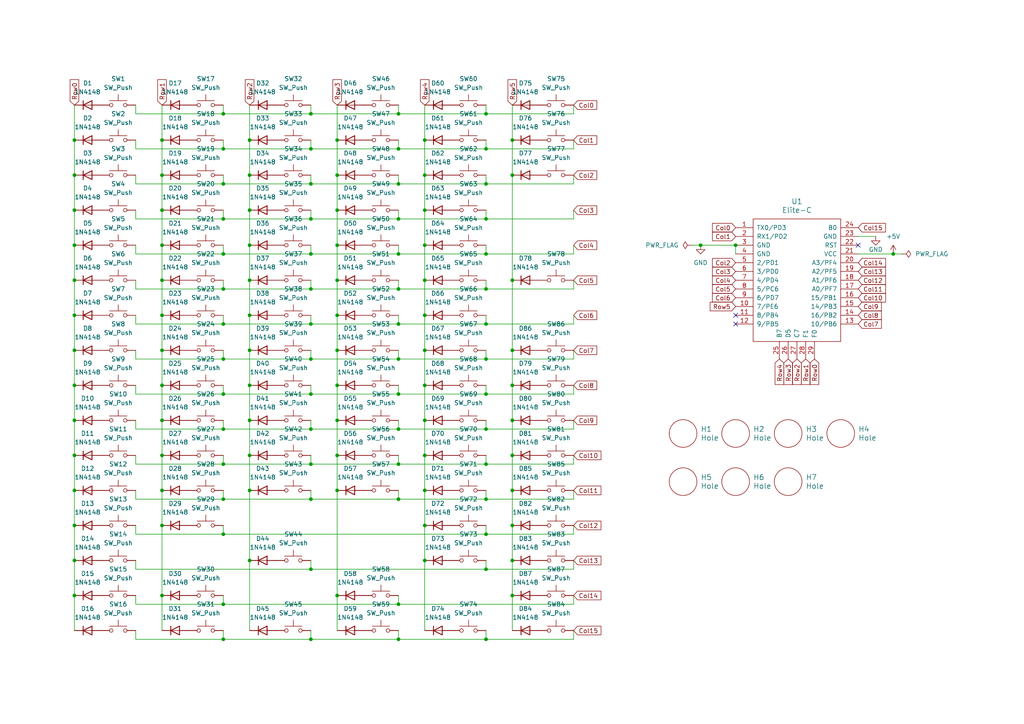
<source format=kicad_sch>
(kicad_sch (version 20231120) (generator "eeschema") (generator_version "8.0")
  (paper "A4")
  (title_block (title "Post-Mechanical  Right Compact") (date "2025-01-10") (rev "2.0") (company "Quixotic Keyboards, LLC") (comment 2 "Final for the new tight case and future minimalist case"))
  (lib_symbols
    (symbol "Diode:1N4148" (pin_numbers hide) (pin_names hide)
      (property "Reference" "D" (at 0 2.54 0))
      (property "Value" "1N4148" (at 0 -2.54 0))
      (symbol "1N4148_1_1"
        (pin passive line (at -3.81 0 0) (length 2.54) (name "K") (number "1"))
        (pin passive line (at 3.81 0 180) (length 2.54) (name "A") (number "2"))
      )
    )
    (symbol "Keebio_Parts:Elite-C" (pin_names (offset 1.016))
      (property "Reference" "U" (at 0 0 0))
      (property "Value" "Elite-C" (at 0 2.54 0))
      (symbol "Elite-C_1_1"
        (pin input line (at -17.78 13.97 0) (length 5.08) (name "TX0/PD3") (number "1"))
        (pin input line (at -17.78 -8.89 0) (length 5.08) (name "7/PE6") (number "10"))
        (pin input line (at -17.78 -11.43 0) (length 5.08) (name "8/PB4") (number "11"))
        (pin input line (at -17.78 -13.97 0) (length 5.08) (name "9/PB5") (number "12"))
        (pin input line (at 17.78 -13.97 180) (length 5.08) (name "10/PB6") (number "13"))
        (pin input line (at 17.78 -11.43 180) (length 5.08) (name "16/PB2") (number "14"))
        (pin input line (at 17.78 -8.89 180) (length 5.08) (name "14/PB3") (number "15"))
        (pin input line (at 17.78 -6.35 180) (length 5.08) (name "15/PB1") (number "16"))
        (pin input line (at 17.78 -3.81 180) (length 5.08) (name "A0/PF7") (number "17"))
        (pin input line (at 17.78 -1.27 180) (length 5.08) (name "A1/PF6") (number "18"))
        (pin input line (at 17.78 1.27 180) (length 5.08) (name "A2/PF5") (number "19"))
        (pin input line (at -17.78 11.43 0) (length 5.08) (name "RX1/PD2") (number "2"))
        (pin input line (at 17.78 3.81 180) (length 5.08) (name "A3/PF4") (number "20"))
        (pin input line (at 17.78 6.35 180) (length 5.08) (name "VCC") (number "21"))
        (pin input line (at 17.78 8.89 180) (length 5.08) (name "RST") (number "22"))
        (pin input line (at 17.78 11.43 180) (length 5.08) (name "GND") (number "23"))
        (pin input line (at 17.78 13.97 180) (length 5.08) (name "B0") (number "24"))
        (pin input line (at -5.08 -24.13 90) (length 5.08) (name "B7") (number "25"))
        (pin input line (at -2.54 -24.13 90) (length 5.08) (name "D5") (number "26"))
        (pin input line (at 0 -24.13 90) (length 5.08) (name "C7") (number "27"))
        (pin input line (at 2.54 -24.13 90) (length 5.08) (name "F1") (number "28"))
        (pin input line (at 5.08 -24.13 90) (length 5.08) (name "F0") (number "29"))
        (pin input line (at -17.78 8.89 0) (length 5.08) (name "GND") (number "3"))
        (pin input line (at -17.78 6.35 0) (length 5.08) (name "GND") (number "4"))
        (pin input line (at -17.78 3.81 0) (length 5.08) (name "2/PD1") (number "5"))
        (pin input line (at -17.78 1.27 0) (length 5.08) (name "3/PD0") (number "6"))
        (pin input line (at -17.78 -1.27 0) (length 5.08) (name "4/PD4") (number "7"))
        (pin input line (at -17.78 -3.81 0) (length 5.08) (name "5/PC6") (number "8"))
        (pin input line (at -17.78 -6.35 0) (length 5.08) (name "6/PD7") (number "9"))
      )
    )
    (symbol "Switch:SW_Push" (pin_numbers hide) (pin_names (offset 1.016) hide)
      (property "Reference" "SW" (at 1.27 2.54 0))
      (property "Value" "SW_Push" (at 0 -1.524 0))
      (symbol "SW_Push_0_1"
        (pin passive line (at -5.08 0 0) (length 2.54) (name "1") (number "1"))
        (pin passive line (at 5.08 0 180) (length 2.54) (name "2") (number "2"))
      )
    )
    (symbol "keebio:Hole" (pin_names (offset 1.016))
      (property "Reference" "H" (at 0 -1.27 0))
      (property "Value" "Hole" (at 0 1.27 0))
    )
    (symbol "power:+5V" (power) (pin_numbers hide) (pin_names (offset 0) hide)
      (property "Value" "+5V" (at 0 3.556 0))
      (symbol "+5V_1_1"
        (pin power_in line (at 0 0 90) (length 0) (name "~") (number "1"))
      )
    )
    (symbol "power:GND" (power) (pin_numbers hide) (pin_names (offset 0) hide)
      (property "Value" "GND" (at 0 -3.81 0))
      (symbol "GND_1_1"
        (pin power_in line (at 0 0 270) (length 0) (name "~") (number "1"))
      )
    )
    (symbol "power:PWR_FLAG" (power) (pin_numbers hide) (pin_names (offset 0) hide)
      (property "Value" "PWR_FLAG" (at 0 3.81 0))
      (symbol "PWR_FLAG_0_0"
        (pin power_out line (at 0 0 90) (length 0) (name "~") (number "1"))
      )
    )
  )
  (junction (at 259.08 73.66))
  (junction (at 21.59 142.24))
  (junction (at 123.19 121.92))
  (junction (at 97.79 142.24))
  (junction (at 140.97 185.42))
  (junction (at 148.59 81.28))
  (junction (at 140.97 83.82))
  (junction (at 72.39 111.76))
  (junction (at 21.59 60.96))
  (junction (at 148.59 50.8))
  (junction (at 90.17 93.98))
  (junction (at 115.57 53.34))
  (junction (at 21.59 121.92))
  (junction (at 97.79 111.76))
  (junction (at 148.59 172.72))
  (junction (at 140.97 63.5))
  (junction (at 21.59 172.72))
  (junction (at 64.77 175.26))
  (junction (at 90.17 124.46))
  (junction (at 123.19 60.96))
  (junction (at 123.19 162.56))
  (junction (at 90.17 185.42))
  (junction (at 64.77 93.98))
  (junction (at 123.19 81.28))
  (junction (at 123.19 152.4))
  (junction (at 46.99 152.4))
  (junction (at 148.59 111.76))
  (junction (at 72.39 50.8))
  (junction (at 46.99 101.6))
  (junction (at 140.97 43.18))
  (junction (at 97.79 101.6))
  (junction (at 72.39 71.12))
  (junction (at 115.57 144.78))
  (junction (at 203.2 71.12))
  (junction (at 90.17 53.34))
  (junction (at 97.79 132.08))
  (junction (at 64.77 53.34))
  (junction (at 64.77 185.42))
  (junction (at 115.57 83.82))
  (junction (at 72.39 60.96))
  (junction (at 115.57 33.02))
  (junction (at 123.19 50.8))
  (junction (at 123.19 132.08))
  (junction (at 72.39 142.24))
  (junction (at 21.59 162.56))
  (junction (at 123.19 71.12))
  (junction (at 115.57 114.3))
  (junction (at 21.59 152.4))
  (junction (at 46.99 91.44))
  (junction (at 46.99 60.96))
  (junction (at 21.59 91.44))
  (junction (at 115.57 185.42))
  (junction (at 90.17 114.3))
  (junction (at 148.59 40.64))
  (junction (at 140.97 154.94))
  (junction (at 46.99 81.28))
  (junction (at 148.59 152.4))
  (junction (at 90.17 33.02))
  (junction (at 64.77 104.14))
  (junction (at 21.59 101.6))
  (junction (at 115.57 124.46))
  (junction (at 46.99 111.76))
  (junction (at 123.19 91.44))
  (junction (at 140.97 114.3))
  (junction (at 90.17 134.62))
  (junction (at 72.39 40.64))
  (junction (at 64.77 124.46))
  (junction (at 140.97 73.66))
  (junction (at 72.39 162.56))
  (junction (at 64.77 134.62))
  (junction (at 213.36 71.12))
  (junction (at 21.59 132.08))
  (junction (at 90.17 43.18))
  (junction (at 115.57 43.18))
  (junction (at 97.79 60.96))
  (junction (at 148.59 121.92))
  (junction (at 64.77 83.82))
  (junction (at 72.39 81.28))
  (junction (at 115.57 175.26))
  (junction (at 140.97 165.1))
  (junction (at 72.39 101.6))
  (junction (at 97.79 121.92))
  (junction (at 90.17 165.1))
  (junction (at 140.97 144.78))
  (junction (at 115.57 93.98))
  (junction (at 115.57 63.5))
  (junction (at 46.99 132.08))
  (junction (at 46.99 121.92))
  (junction (at 148.59 162.56))
  (junction (at 123.19 40.64))
  (junction (at 140.97 93.98))
  (junction (at 21.59 71.12))
  (junction (at 90.17 63.5))
  (junction (at 148.59 101.6))
  (junction (at 72.39 121.92))
  (junction (at 115.57 134.62))
  (junction (at 46.99 71.12))
  (junction (at 46.99 40.64))
  (junction (at 46.99 50.8))
  (junction (at 21.59 50.8))
  (junction (at 90.17 83.82))
  (junction (at 97.79 50.8))
  (junction (at 115.57 104.14))
  (junction (at 140.97 134.62))
  (junction (at 140.97 53.34))
  (junction (at 64.77 114.3))
  (junction (at 46.99 142.24))
  (junction (at 64.77 33.02))
  (junction (at 140.97 33.02))
  (junction (at 90.17 73.66))
  (junction (at 64.77 73.66))
  (junction (at 64.77 43.18))
  (junction (at 97.79 81.28))
  (junction (at 64.77 144.78))
  (junction (at 21.59 111.76))
  (junction (at 21.59 81.28))
  (junction (at 97.79 91.44))
  (junction (at 72.39 132.08))
  (junction (at 72.39 91.44))
  (junction (at 64.77 154.94))
  (junction (at 90.17 104.14))
  (junction (at 148.59 132.08))
  (junction (at 123.19 111.76))
  (junction (at 97.79 71.12))
  (junction (at 97.79 172.72))
  (junction (at 148.59 142.24))
  (junction (at 123.19 142.24))
  (junction (at 64.77 63.5))
  (junction (at 46.99 172.72))
  (junction (at 97.79 40.64))
  (junction (at 115.57 73.66))
  (junction (at 140.97 104.14))
  (junction (at 90.17 144.78))
  (junction (at 21.59 40.64))
  (junction (at 123.19 101.6))
  (junction (at 140.97 124.46))
  (no_connect (at 248.92 71.12))
  (no_connect (at 213.36 93.98))
  (no_connect (at 213.36 91.44))
  (wire (pts (xy 97.79 101.6) (xy 97.79 111.76)))
  (wire (pts (xy 90.17 81.28) (xy 90.17 83.82)))
  (wire (pts (xy 90.17 83.82) (xy 115.57 83.82)))
  (wire (pts (xy 140.97 104.14) (xy 166.37 104.14)))
  (wire (pts (xy 72.39 91.44) (xy 72.39 101.6)))
  (wire (pts (xy 90.17 91.44) (xy 90.17 93.98)))
  (wire (pts (xy 115.57 142.24) (xy 115.57 144.78)))
  (wire (pts (xy 64.77 73.66) (xy 90.17 73.66)))
  (wire (pts (xy 90.17 104.14) (xy 115.57 104.14)))
  (wire (pts (xy 90.17 73.66) (xy 115.57 73.66)))
  (wire (pts (xy 97.79 71.12) (xy 97.79 81.28)))
  (wire (pts (xy 64.77 53.34) (xy 90.17 53.34)))
  (wire (pts (xy 123.19 162.56) (xy 123.19 182.88)))
  (wire (pts (xy 166.37 111.76) (xy 166.37 114.3)))
  (wire (pts (xy 39.37 53.34) (xy 64.77 53.34)))
  (wire (pts (xy 46.99 40.64) (xy 46.99 50.8)))
  (wire (pts (xy 46.99 121.92) (xy 46.99 132.08)))
  (wire (pts (xy 39.37 172.72) (xy 39.37 175.26)))
  (wire (pts (xy 140.97 71.12) (xy 140.97 73.66)))
  (wire (pts (xy 123.19 121.92) (xy 123.19 132.08)))
  (wire (pts (xy 123.19 132.08) (xy 123.19 142.24)))
  (wire (pts (xy 140.97 81.28) (xy 140.97 83.82)))
  (wire (pts (xy 46.99 91.44) (xy 46.99 101.6)))
  (wire (pts (xy 21.59 142.24) (xy 21.59 152.4)))
  (wire (pts (xy 39.37 81.28) (xy 39.37 83.82)))
  (wire (pts (xy 64.77 81.28) (xy 64.77 83.82)))
  (wire (pts (xy 140.97 60.96) (xy 140.97 63.5)))
  (wire (pts (xy 115.57 132.08) (xy 115.57 134.62)))
  (wire (pts (xy 39.37 182.88) (xy 39.37 185.42)))
  (wire (pts (xy 39.37 165.1) (xy 90.17 165.1)))
  (wire (pts (xy 21.59 162.56) (xy 21.59 172.72)))
  (wire (pts (xy 213.36 71.12) (xy 213.36 73.66)))
  (wire (pts (xy 115.57 134.62) (xy 140.97 134.62)))
  (wire (pts (xy 39.37 134.62) (xy 64.77 134.62)))
  (wire (pts (xy 72.39 81.28) (xy 72.39 91.44)))
  (wire (pts (xy 90.17 124.46) (xy 115.57 124.46)))
  (wire (pts (xy 166.37 162.56) (xy 166.37 165.1)))
  (wire (pts (xy 72.39 101.6) (xy 72.39 111.76)))
  (wire (pts (xy 39.37 152.4) (xy 39.37 154.94)))
  (wire (pts (xy 64.77 172.72) (xy 64.77 175.26)))
  (wire (pts (xy 123.19 30.48) (xy 123.19 40.64)))
  (wire (pts (xy 166.37 142.24) (xy 166.37 144.78)))
  (wire (pts (xy 140.97 93.98) (xy 166.37 93.98)))
  (wire (pts (xy 90.17 185.42) (xy 115.57 185.42)))
  (wire (pts (xy 72.39 111.76) (xy 72.39 121.92)))
  (wire (pts (xy 115.57 111.76) (xy 115.57 114.3)))
  (wire (pts (xy 46.99 111.76) (xy 46.99 121.92)))
  (wire (pts (xy 90.17 165.1) (xy 140.97 165.1)))
  (wire (pts (xy 90.17 50.8) (xy 90.17 53.34)))
  (wire (pts (xy 39.37 40.64) (xy 39.37 43.18)))
  (wire (pts (xy 90.17 53.34) (xy 115.57 53.34)))
  (wire (pts (xy 97.79 111.76) (xy 97.79 121.92)))
  (wire (pts (xy 64.77 63.5) (xy 90.17 63.5)))
  (wire (pts (xy 166.37 101.6) (xy 166.37 104.14)))
  (wire (pts (xy 39.37 185.42) (xy 64.77 185.42)))
  (wire (pts (xy 46.99 172.72) (xy 46.99 182.88)))
  (wire (pts (xy 64.77 93.98) (xy 90.17 93.98)))
  (wire (pts (xy 64.77 104.14) (xy 90.17 104.14)))
  (wire (pts (xy 39.37 175.26) (xy 64.77 175.26)))
  (wire (pts (xy 72.39 50.8) (xy 72.39 60.96)))
  (wire (pts (xy 21.59 111.76) (xy 21.59 121.92)))
  (wire (pts (xy 166.37 30.48) (xy 166.37 33.02)))
  (wire (pts (xy 21.59 50.8) (xy 21.59 60.96)))
  (wire (pts (xy 21.59 30.48) (xy 21.59 40.64)))
  (wire (pts (xy 90.17 121.92) (xy 90.17 124.46)))
  (wire (pts (xy 64.77 175.26) (xy 115.57 175.26)))
  (wire (pts (xy 64.77 40.64) (xy 64.77 43.18)))
  (wire (pts (xy 39.37 154.94) (xy 64.77 154.94)))
  (wire (pts (xy 115.57 33.02) (xy 140.97 33.02)))
  (wire (pts (xy 140.97 53.34) (xy 166.37 53.34)))
  (wire (pts (xy 39.37 93.98) (xy 64.77 93.98)))
  (wire (pts (xy 148.59 121.92) (xy 148.59 132.08)))
  (wire (pts (xy 72.39 142.24) (xy 72.39 162.56)))
  (wire (pts (xy 46.99 71.12) (xy 46.99 81.28)))
  (wire (pts (xy 39.37 111.76) (xy 39.37 114.3)))
  (wire (pts (xy 140.97 162.56) (xy 140.97 165.1)))
  (wire (pts (xy 46.99 142.24) (xy 46.99 152.4)))
  (wire (pts (xy 21.59 132.08) (xy 21.59 142.24)))
  (wire (pts (xy 140.97 121.92) (xy 140.97 124.46)))
  (wire (pts (xy 115.57 91.44) (xy 115.57 93.98)))
  (wire (pts (xy 140.97 152.4) (xy 140.97 154.94)))
  (wire (pts (xy 140.97 63.5) (xy 166.37 63.5)))
  (wire (pts (xy 248.92 73.66) (xy 259.08 73.66)))
  (wire (pts (xy 140.97 91.44) (xy 140.97 93.98)))
  (wire (pts (xy 64.77 83.82) (xy 90.17 83.82)))
  (wire (pts (xy 148.59 111.76) (xy 148.59 121.92)))
  (wire (pts (xy 200.66 71.12) (xy 203.2 71.12)))
  (wire (pts (xy 90.17 30.48) (xy 90.17 33.02)))
  (wire (pts (xy 115.57 71.12) (xy 115.57 73.66)))
  (wire (pts (xy 90.17 71.12) (xy 90.17 73.66)))
  (wire (pts (xy 115.57 81.28) (xy 115.57 83.82)))
  (wire (pts (xy 39.37 142.24) (xy 39.37 144.78)))
  (wire (pts (xy 64.77 132.08) (xy 64.77 134.62)))
  (wire (pts (xy 148.59 162.56) (xy 148.59 172.72)))
  (wire (pts (xy 72.39 60.96) (xy 72.39 71.12)))
  (wire (pts (xy 39.37 33.02) (xy 64.77 33.02)))
  (wire (pts (xy 166.37 71.12) (xy 166.37 73.66)))
  (wire (pts (xy 64.77 154.94) (xy 140.97 154.94)))
  (wire (pts (xy 148.59 142.24) (xy 148.59 152.4)))
  (wire (pts (xy 115.57 124.46) (xy 140.97 124.46)))
  (wire (pts (xy 115.57 182.88) (xy 115.57 185.42)))
  (wire (pts (xy 46.99 132.08) (xy 46.99 142.24)))
  (wire (pts (xy 90.17 43.18) (xy 115.57 43.18)))
  (wire (pts (xy 140.97 33.02) (xy 166.37 33.02)))
  (wire (pts (xy 72.39 71.12) (xy 72.39 81.28)))
  (wire (pts (xy 39.37 83.82) (xy 64.77 83.82)))
  (wire (pts (xy 123.19 111.76) (xy 123.19 121.92)))
  (wire (pts (xy 261.62 73.66) (xy 259.08 73.66)))
  (wire (pts (xy 166.37 40.64) (xy 166.37 43.18)))
  (wire (pts (xy 140.97 154.94) (xy 166.37 154.94)))
  (wire (pts (xy 140.97 134.62) (xy 166.37 134.62)))
  (wire (pts (xy 140.97 43.18) (xy 166.37 43.18)))
  (wire (pts (xy 115.57 60.96) (xy 115.57 63.5)))
  (wire (pts (xy 39.37 124.46) (xy 64.77 124.46)))
  (wire (pts (xy 140.97 182.88) (xy 140.97 185.42)))
  (wire (pts (xy 64.77 124.46) (xy 90.17 124.46)))
  (wire (pts (xy 72.39 40.64) (xy 72.39 50.8)))
  (wire (pts (xy 64.77 144.78) (xy 90.17 144.78)))
  (wire (pts (xy 39.37 101.6) (xy 39.37 104.14)))
  (wire (pts (xy 123.19 152.4) (xy 123.19 162.56)))
  (wire (pts (xy 46.99 50.8) (xy 46.99 60.96)))
  (wire (pts (xy 72.39 162.56) (xy 72.39 182.88)))
  (wire (pts (xy 39.37 114.3) (xy 64.77 114.3)))
  (wire (pts (xy 64.77 71.12) (xy 64.77 73.66)))
  (wire (pts (xy 64.77 91.44) (xy 64.77 93.98)))
  (wire (pts (xy 46.99 101.6) (xy 46.99 111.76)))
  (wire (pts (xy 90.17 142.24) (xy 90.17 144.78)))
  (wire (pts (xy 166.37 50.8) (xy 166.37 53.34)))
  (wire (pts (xy 39.37 144.78) (xy 64.77 144.78)))
  (wire (pts (xy 140.97 83.82) (xy 115.57 83.82)))
  (wire (pts (xy 140.97 73.66) (xy 166.37 73.66)))
  (wire (pts (xy 115.57 43.18) (xy 140.97 43.18)))
  (wire (pts (xy 21.59 40.64) (xy 21.59 50.8)))
  (wire (pts (xy 39.37 30.48) (xy 39.37 33.02)))
  (wire (pts (xy 97.79 142.24) (xy 97.79 172.72)))
  (wire (pts (xy 64.77 33.02) (xy 90.17 33.02)))
  (wire (pts (xy 21.59 71.12) (xy 21.59 81.28)))
  (wire (pts (xy 123.19 81.28) (xy 123.19 91.44)))
  (wire (pts (xy 148.59 50.8) (xy 148.59 81.28)))
  (wire (pts (xy 140.97 30.48) (xy 140.97 33.02)))
  (wire (pts (xy 39.37 162.56) (xy 39.37 165.1)))
  (wire (pts (xy 148.59 101.6) (xy 148.59 111.76)))
  (wire (pts (xy 97.79 50.8) (xy 97.79 60.96)))
  (wire (pts (xy 90.17 144.78) (xy 115.57 144.78)))
  (wire (pts (xy 46.99 152.4) (xy 46.99 172.72)))
  (wire (pts (xy 115.57 50.8) (xy 115.57 53.34)))
  (wire (pts (xy 90.17 132.08) (xy 90.17 134.62)))
  (wire (pts (xy 140.97 40.64) (xy 140.97 43.18)))
  (wire (pts (xy 90.17 101.6) (xy 90.17 104.14)))
  (wire (pts (xy 140.97 142.24) (xy 140.97 144.78)))
  (wire (pts (xy 166.37 81.28) (xy 166.37 83.82)))
  (wire (pts (xy 64.77 43.18) (xy 90.17 43.18)))
  (wire (pts (xy 115.57 185.42) (xy 140.97 185.42)))
  (wire (pts (xy 39.37 63.5) (xy 64.77 63.5)))
  (wire (pts (xy 64.77 114.3) (xy 90.17 114.3)))
  (wire (pts (xy 123.19 40.64) (xy 123.19 50.8)))
  (wire (pts (xy 64.77 142.24) (xy 64.77 144.78)))
  (wire (pts (xy 21.59 152.4) (xy 21.59 162.56)))
  (wire (pts (xy 90.17 182.88) (xy 90.17 185.42)))
  (wire (pts (xy 64.77 50.8) (xy 64.77 53.34)))
  (wire (pts (xy 21.59 121.92) (xy 21.59 132.08)))
  (wire (pts (xy 123.19 50.8) (xy 123.19 60.96)))
  (wire (pts (xy 166.37 91.44) (xy 166.37 93.98)))
  (wire (pts (xy 115.57 73.66) (xy 140.97 73.66)))
  (wire (pts (xy 140.97 132.08) (xy 140.97 134.62)))
  (wire (pts (xy 148.59 30.48) (xy 148.59 40.64)))
  (wire (pts (xy 90.17 33.02) (xy 115.57 33.02)))
  (wire (pts (xy 97.79 30.48) (xy 97.79 40.64)))
  (wire (pts (xy 97.79 121.92) (xy 97.79 132.08)))
  (wire (pts (xy 64.77 30.48) (xy 64.77 33.02)))
  (wire (pts (xy 90.17 63.5) (xy 115.57 63.5)))
  (wire (pts (xy 140.97 185.42) (xy 166.37 185.42)))
  (wire (pts (xy 46.99 30.48) (xy 46.99 40.64)))
  (wire (pts (xy 115.57 101.6) (xy 115.57 104.14)))
  (wire (pts (xy 39.37 71.12) (xy 39.37 73.66)))
  (wire (pts (xy 123.19 101.6) (xy 123.19 111.76)))
  (wire (pts (xy 39.37 73.66) (xy 64.77 73.66)))
  (wire (pts (xy 123.19 60.96) (xy 123.19 71.12)))
  (wire (pts (xy 123.19 71.12) (xy 123.19 81.28)))
  (wire (pts (xy 64.77 134.62) (xy 90.17 134.62)))
  (wire (pts (xy 90.17 111.76) (xy 90.17 114.3)))
  (wire (pts (xy 97.79 40.64) (xy 97.79 50.8)))
  (wire (pts (xy 39.37 91.44) (xy 39.37 93.98)))
  (wire (pts (xy 115.57 53.34) (xy 140.97 53.34)))
  (wire (pts (xy 115.57 63.5) (xy 140.97 63.5)))
  (wire (pts (xy 97.79 60.96) (xy 97.79 71.12)))
  (wire (pts (xy 90.17 60.96) (xy 90.17 63.5)))
  (wire (pts (xy 39.37 121.92) (xy 39.37 124.46)))
  (wire (pts (xy 115.57 30.48) (xy 115.57 33.02)))
  (wire (pts (xy 97.79 81.28) (xy 97.79 91.44)))
  (wire (pts (xy 148.59 172.72) (xy 148.59 182.88)))
  (wire (pts (xy 72.39 132.08) (xy 72.39 142.24)))
  (wire (pts (xy 115.57 144.78) (xy 140.97 144.78)))
  (wire (pts (xy 64.77 152.4) (xy 64.77 154.94)))
  (wire (pts (xy 140.97 111.76) (xy 140.97 114.3)))
  (wire (pts (xy 21.59 81.28) (xy 21.59 91.44)))
  (wire (pts (xy 248.92 68.58) (xy 254 68.58)))
  (wire (pts (xy 166.37 121.92) (xy 166.37 124.46)))
  (wire (pts (xy 64.77 111.76) (xy 64.77 114.3)))
  (wire (pts (xy 115.57 104.14) (xy 140.97 104.14)))
  (wire (pts (xy 140.97 83.82) (xy 166.37 83.82)))
  (wire (pts (xy 21.59 101.6) (xy 21.59 111.76)))
  (wire (pts (xy 21.59 91.44) (xy 21.59 101.6)))
  (wire (pts (xy 64.77 60.96) (xy 64.77 63.5)))
  (wire (pts (xy 148.59 132.08) (xy 148.59 142.24)))
  (wire (pts (xy 97.79 132.08) (xy 97.79 142.24)))
  (wire (pts (xy 140.97 114.3) (xy 166.37 114.3)))
  (wire (pts (xy 72.39 30.48) (xy 72.39 40.64)))
  (wire (pts (xy 140.97 124.46) (xy 166.37 124.46)))
  (wire (pts (xy 166.37 132.08) (xy 166.37 134.62)))
  (wire (pts (xy 90.17 134.62) (xy 115.57 134.62)))
  (wire (pts (xy 123.19 91.44) (xy 123.19 101.6)))
  (wire (pts (xy 72.39 121.92) (xy 72.39 132.08)))
  (wire (pts (xy 64.77 182.88) (xy 64.77 185.42)))
  (wire (pts (xy 115.57 40.64) (xy 115.57 43.18)))
  (wire (pts (xy 115.57 93.98) (xy 140.97 93.98)))
  (wire (pts (xy 166.37 60.96) (xy 166.37 63.5)))
  (wire (pts (xy 166.37 152.4) (xy 166.37 154.94)))
  (wire (pts (xy 123.19 142.24) (xy 123.19 152.4)))
  (wire (pts (xy 90.17 114.3) (xy 115.57 114.3)))
  (wire (pts (xy 140.97 165.1) (xy 166.37 165.1)))
  (wire (pts (xy 39.37 104.14) (xy 64.77 104.14)))
  (wire (pts (xy 90.17 40.64) (xy 90.17 43.18)))
  (wire (pts (xy 39.37 132.08) (xy 39.37 134.62)))
  (wire (pts (xy 64.77 185.42) (xy 90.17 185.42)))
  (wire (pts (xy 90.17 93.98) (xy 115.57 93.98)))
  (wire (pts (xy 115.57 121.92) (xy 115.57 124.46)))
  (wire (pts (xy 64.77 101.6) (xy 64.77 104.14)))
  (wire (pts (xy 39.37 43.18) (xy 64.77 43.18)))
  (wire (pts (xy 115.57 175.26) (xy 166.37 175.26)))
  (wire (pts (xy 21.59 172.72) (xy 21.59 182.88)))
  (wire (pts (xy 46.99 60.96) (xy 46.99 71.12)))
  (wire (pts (xy 140.97 101.6) (xy 140.97 104.14)))
  (wire (pts (xy 97.79 91.44) (xy 97.79 101.6)))
  (wire (pts (xy 166.37 172.72) (xy 166.37 175.26)))
  (wire (pts (xy 39.37 50.8) (xy 39.37 53.34)))
  (wire (pts (xy 148.59 81.28) (xy 148.59 101.6)))
  (wire (pts (xy 21.59 60.96) (xy 21.59 71.12)))
  (wire (pts (xy 97.79 172.72) (xy 97.79 182.88)))
  (wire (pts (xy 39.37 60.96) (xy 39.37 63.5)))
  (wire (pts (xy 140.97 144.78) (xy 166.37 144.78)))
  (wire (pts (xy 115.57 114.3) (xy 140.97 114.3)))
  (wire (pts (xy 64.77 121.92) (xy 64.77 124.46)))
  (wire (pts (xy 148.59 152.4) (xy 148.59 162.56)))
  (wire (pts (xy 140.97 50.8) (xy 140.97 53.34)))
  (wire (pts (xy 90.17 162.56) (xy 90.17 165.1)))
  (wire (pts (xy 148.59 40.64) (xy 148.59 50.8)))
  (wire (pts (xy 46.99 81.28) (xy 46.99 91.44)))
  (wire (pts (xy 166.37 182.88) (xy 166.37 185.42)))
  (wire (pts (xy 115.57 172.72) (xy 115.57 175.26)))
  (wire (pts (xy 203.2 71.12) (xy 213.36 71.12)))
  (global_label "Col3" (shape input) (at 213.36 78.74 180) (property "Intersheetrefs" "${INTERSHEET_REFS}" (effects (hide yes))))
  (global_label "Col7" (shape input) (at 166.37 101.6 0) (property "Intersheetrefs" "${INTERSHEET_REFS}" (effects (hide yes))))
  (global_label "Col12" (shape input) (at 248.92 81.28 0) (property "Intersheetrefs" "${INTERSHEET_REFS}" (effects (hide yes))))
  (global_label "Row4" (shape input) (at 123.19 30.48 90) (property "Intersheetrefs" "${INTERSHEET_REFS}" (effects (hide yes))))
  (global_label "Row1" (shape input) (at 46.99 30.48 90) (property "Intersheetrefs" "${INTERSHEET_REFS}" (effects (hide yes))))
  (global_label "Col12" (shape input) (at 166.37 152.4 0) (property "Intersheetrefs" "${INTERSHEET_REFS}" (effects (hide yes))))
  (global_label "Col14" (shape input) (at 248.92 76.2 0) (property "Intersheetrefs" "${INTERSHEET_REFS}" (effects (hide yes))))
  (global_label "Row5" (shape input) (at 148.59 30.48 90) (property "Intersheetrefs" "${INTERSHEET_REFS}" (effects (hide yes))))
  (global_label "Col4" (shape input) (at 166.37 71.12 0) (property "Intersheetrefs" "${INTERSHEET_REFS}" (effects (hide yes))))
  (global_label "Col9" (shape input) (at 166.37 121.92 0) (property "Intersheetrefs" "${INTERSHEET_REFS}" (effects (hide yes))))
  (global_label "Row2" (shape input) (at 231.14 104.14 270) (property "Intersheetrefs" "${INTERSHEET_REFS}" (effects (hide yes))))
  (global_label "Col4" (shape input) (at 213.36 81.28 180) (property "Intersheetrefs" "${INTERSHEET_REFS}" (effects (hide yes))))
  (global_label "Row4" (shape input) (at 226.06 104.14 270) (property "Intersheetrefs" "${INTERSHEET_REFS}" (effects (hide yes))))
  (global_label "Col3" (shape input) (at 166.37 60.96 0) (property "Intersheetrefs" "${INTERSHEET_REFS}" (effects (hide yes))))
  (global_label "Col1" (shape input) (at 166.37 40.64 0) (property "Intersheetrefs" "${INTERSHEET_REFS}" (effects (hide yes))))
  (global_label "Col15" (shape input) (at 248.92 66.04 0) (property "Intersheetrefs" "${INTERSHEET_REFS}" (effects (hide yes))))
  (global_label "Col14" (shape input) (at 166.37 172.72 0) (property "Intersheetrefs" "${INTERSHEET_REFS}" (effects (hide yes))))
  (global_label "Col2" (shape input) (at 213.36 76.2 180) (property "Intersheetrefs" "${INTERSHEET_REFS}" (effects (hide yes))))
  (global_label "Col10" (shape input) (at 166.37 132.08 0) (property "Intersheetrefs" "${INTERSHEET_REFS}" (effects (hide yes))))
  (global_label "Row0" (shape input) (at 236.22 104.14 270) (property "Intersheetrefs" "${INTERSHEET_REFS}" (effects (hide yes))))
  (global_label "Col5" (shape input) (at 213.36 83.82 180) (property "Intersheetrefs" "${INTERSHEET_REFS}" (effects (hide yes))))
  (global_label "Col0" (shape input) (at 166.37 30.48 0) (property "Intersheetrefs" "${INTERSHEET_REFS}" (effects (hide yes))))
  (global_label "Col0" (shape input) (at 213.36 66.04 180) (property "Intersheetrefs" "${INTERSHEET_REFS}" (effects (hide yes))))
  (global_label "Col1" (shape input) (at 213.36 68.58 180) (property "Intersheetrefs" "${INTERSHEET_REFS}" (effects (hide yes))))
  (global_label "Row3" (shape input) (at 97.79 30.48 90) (property "Intersheetrefs" "${INTERSHEET_REFS}" (effects (hide yes))))
  (global_label "Col5" (shape input) (at 166.37 81.28 0) (property "Intersheetrefs" "${INTERSHEET_REFS}" (effects (hide yes))))
  (global_label "Row2" (shape input) (at 72.39 30.48 90) (property "Intersheetrefs" "${INTERSHEET_REFS}" (effects (hide yes))))
  (global_label "Row0" (shape input) (at 21.59 30.48 90) (property "Intersheetrefs" "${INTERSHEET_REFS}" (effects (hide yes))))
  (global_label "Col8" (shape input) (at 248.92 91.44 0) (property "Intersheetrefs" "${INTERSHEET_REFS}" (effects (hide yes))))
  (global_label "Col11" (shape input) (at 248.92 83.82 0) (property "Intersheetrefs" "${INTERSHEET_REFS}" (effects (hide yes))))
  (global_label "Row1" (shape input) (at 233.68 104.14 270) (property "Intersheetrefs" "${INTERSHEET_REFS}" (effects (hide yes))))
  (global_label "Col10" (shape input) (at 248.92 86.36 0) (property "Intersheetrefs" "${INTERSHEET_REFS}" (effects (hide yes))))
  (global_label "Col9" (shape input) (at 248.92 88.9 0) (property "Intersheetrefs" "${INTERSHEET_REFS}" (effects (hide yes))))
  (global_label "Col11" (shape input) (at 166.37 142.24 0) (property "Intersheetrefs" "${INTERSHEET_REFS}" (effects (hide yes))))
  (global_label "Col13" (shape input) (at 248.92 78.74 0) (property "Intersheetrefs" "${INTERSHEET_REFS}" (effects (hide yes))))
  (global_label "Row3" (shape input) (at 228.6 104.14 270) (property "Intersheetrefs" "${INTERSHEET_REFS}" (effects (hide yes))))
  (global_label "Col8" (shape input) (at 166.37 111.76 0) (property "Intersheetrefs" "${INTERSHEET_REFS}" (effects (hide yes))))
  (global_label "Col15" (shape input) (at 166.37 182.88 0) (property "Intersheetrefs" "${INTERSHEET_REFS}" (effects (hide yes))))
  (global_label "Col6" (shape input) (at 166.37 91.44 0) (property "Intersheetrefs" "${INTERSHEET_REFS}" (effects (hide yes))))
  (global_label "Col6" (shape input) (at 213.36 86.36 180) (property "Intersheetrefs" "${INTERSHEET_REFS}" (effects (hide yes))))
  (global_label "Col7" (shape input) (at 248.92 93.98 0) (property "Intersheetrefs" "${INTERSHEET_REFS}" (effects (hide yes))))
  (global_label "Row5" (shape input) (at 213.36 88.9 180) (property "Intersheetrefs" "${INTERSHEET_REFS}" (effects (hide yes))))
  (global_label "Col13" (shape input) (at 166.37 162.56 0) (property "Intersheetrefs" "${INTERSHEET_REFS}" (effects (hide yes))))
  (global_label "Col2" (shape input) (at 166.37 50.8 0) (property "Intersheetrefs" "${INTERSHEET_REFS}" (effects (hide yes))))
  (symbol (lib_id "Diode:1N4148") (at 50.8 142.24 0) (unit 1)
    (property "Reference" "D28" (at 50.8 135.89 0))
    (property "Value" "1N4148" (at 50.8 138.43 0))
    (property "Footprint" "Diode_THT:D_DO-35_SOD27_P7.62mm_Horizontal" (effects (hide yes)))
    (property "Datasheet" "https://assets.nexperia.com/documents/data-sheet/1N4148_1N4448.pdf" (effects (hide yes)))
    (property "Description" "100V 0.15A standard switching diode, DO-35" (effects (hide yes)))
    (property "Sim.Device" "D" (effects (hide yes)))
    (property "Sim.Pins" "1=K 2=A" (effects (hide yes)))
  )
  (symbol (lib_id "Switch:SW_Push") (at 85.09 182.88 0) (unit 1)
    (property "Reference" "SW45" (at 85.09 175.26 0))
    (property "Value" "SW_Push" (at 85.09 177.8 0))
    (property "Footprint" "Button_Switch_Keyboard:SW_Cherry_MX_1.00u_PCB" (effects (hide yes)))
    (property "Description" "Push button switch, generic, two pins" (effects (hide yes)))
  )
  (symbol (lib_id "Diode:1N4148") (at 101.6 40.64 0) (unit 1)
    (property "Reference" "D47" (at 101.6 34.29 0))
    (property "Value" "1N4148" (at 101.6 36.83 0))
    (property "Footprint" "Diode_THT:D_DO-35_SOD27_P7.62mm_Horizontal" (effects (hide yes)))
    (property "Datasheet" "https://assets.nexperia.com/documents/data-sheet/1N4148_1N4448.pdf" (effects (hide yes)))
    (property "Description" "100V 0.15A standard switching diode, DO-35" (effects (hide yes)))
    (property "Sim.Device" "D" (effects (hide yes)))
    (property "Sim.Pins" "1=K 2=A" (effects (hide yes)))
  )
  (symbol (lib_id "Diode:1N4148") (at 127 111.76 0) (unit 1)
    (property "Reference" "D68" (at 127 105.41 0))
    (property "Value" "1N4148" (at 127 107.95 0))
    (property "Footprint" "Diode_THT:D_DO-35_SOD27_P7.62mm_Horizontal" (effects (hide yes)))
    (property "Datasheet" "https://assets.nexperia.com/documents/data-sheet/1N4148_1N4448.pdf" (effects (hide yes)))
    (property "Description" "100V 0.15A standard switching diode, DO-35" (effects (hide yes)))
    (property "Sim.Device" "D" (effects (hide yes)))
    (property "Sim.Pins" "1=K 2=A" (effects (hide yes)))
  )
  (symbol (lib_id "Diode:1N4148") (at 152.4 152.4 0) (unit 1)
    (property "Reference" "D82" (at 152.4 146.05 0))
    (property "Value" "1N4148" (at 152.4 148.59 0))
    (property "Footprint" "Diode_THT:D_DO-35_SOD27_P7.62mm_Horizontal" (effects (hide yes)))
    (property "Datasheet" "https://assets.nexperia.com/documents/data-sheet/1N4148_1N4448.pdf" (effects (hide yes)))
    (property "Description" "100V 0.15A standard switching diode, DO-35" (effects (hide yes)))
    (property "Sim.Device" "D" (effects (hide yes)))
    (property "Sim.Pins" "1=K 2=A" (effects (hide yes)))
  )
  (symbol (lib_id "power:GND") (at 203.2 71.12 0) (unit 1)
    (property "Reference" "#PWR01" (effects (hide yes)))
    (property "Value" "GND" (at 203.2 76.2 0))
    (property "Description" "Power symbol creates a global label with name \"GND\" , ground" (effects (hide yes)))
  )
  (symbol (lib_id "Switch:SW_Push") (at 59.69 182.88 0) (unit 1)
    (property "Reference" "SW31" (at 59.69 175.26 0))
    (property "Value" "SW_Push" (at 59.69 177.8 0))
    (property "Footprint" "Button_Switch_Keyboard:SW_Cherry_MX_1.00u_PCB" (effects (hide yes)))
    (property "Description" "Push button switch, generic, two pins" (effects (hide yes)))
  )
  (symbol (lib_id "Switch:SW_Push") (at 85.09 40.64 0) (unit 1)
    (property "Reference" "SW33" (at 85.09 33.02 0))
    (property "Value" "SW_Push" (at 85.09 35.56 0))
    (property "Footprint" "Button_Switch_Keyboard:SW_Cherry_MX_1.00u_PCB" (effects (hide yes)))
    (property "Description" "Push button switch, generic, two pins" (effects (hide yes)))
  )
  (symbol (lib_id "Switch:SW_Push") (at 161.29 40.64 0) (unit 1)
    (property "Reference" "SW76" (at 161.29 33.02 0))
    (property "Value" "SW_Push" (at 161.29 35.56 0))
    (property "Footprint" "Button_Switch_Keyboard:SW_Cherry_MX_1.00u_PCB" (effects (hide yes)))
    (property "Description" "Push button switch, generic, two pins" (effects (hide yes)))
  )
  (symbol (lib_id "Switch:SW_Push") (at 161.29 132.08 0) (unit 1)
    (property "Reference" "SW81" (at 161.29 124.46 0))
    (property "Value" "SW_Push" (at 161.29 127 0))
    (property "Footprint" "Button_Switch_Keyboard:SW_Cherry_MX_1.00u_PCB" (effects (hide yes)))
    (property "Description" "Push button switch, generic, two pins" (effects (hide yes)))
  )
  (symbol (lib_id "Switch:SW_Push") (at 85.09 91.44 0) (unit 1)
    (property "Reference" "SW38" (at 85.09 83.82 0))
    (property "Value" "SW_Push" (at 85.09 86.36 0))
    (property "Footprint" "Button_Switch_Keyboard:SW_Cherry_MX_1.00u_PCB" (effects (hide yes)))
    (property "Description" "Push button switch, generic, two pins" (effects (hide yes)))
  )
  (symbol (lib_id "Diode:1N4148") (at 50.8 91.44 0) (unit 1)
    (property "Reference" "D23" (at 50.8 85.09 0))
    (property "Value" "1N4148" (at 50.8 87.63 0))
    (property "Footprint" "Diode_THT:D_DO-35_SOD27_P7.62mm_Horizontal" (effects (hide yes)))
    (property "Datasheet" "https://assets.nexperia.com/documents/data-sheet/1N4148_1N4448.pdf" (effects (hide yes)))
    (property "Description" "100V 0.15A standard switching diode, DO-35" (effects (hide yes)))
    (property "Sim.Device" "D" (effects (hide yes)))
    (property "Sim.Pins" "1=K 2=A" (effects (hide yes)))
  )
  (symbol (lib_id "Switch:SW_Push") (at 59.69 152.4 0) (unit 1)
    (property "Reference" "SW29" (at 59.69 144.78 0))
    (property "Value" "SW_Push" (at 59.69 147.32 0))
    (property "Footprint" "Button_Switch_Keyboard:SW_Cherry_MX_1.00u_PCB" (effects (hide yes)))
    (property "Description" "Push button switch, generic, two pins" (effects (hide yes)))
  )
  (symbol (lib_id "Diode:1N4148") (at 76.2 142.24 0) (unit 1)
    (property "Reference" "D43" (at 76.2 135.89 0))
    (property "Value" "1N4148" (at 76.2 138.43 0))
    (property "Footprint" "Diode_THT:D_DO-35_SOD27_P7.62mm_Horizontal" (effects (hide yes)))
    (property "Datasheet" "https://assets.nexperia.com/documents/data-sheet/1N4148_1N4448.pdf" (effects (hide yes)))
    (property "Description" "100V 0.15A standard switching diode, DO-35" (effects (hide yes)))
    (property "Sim.Device" "D" (effects (hide yes)))
    (property "Sim.Pins" "1=K 2=A" (effects (hide yes)))
  )
  (symbol (lib_id "Diode:1N4148") (at 25.4 60.96 0) (unit 1)
    (property "Reference" "D4" (at 25.4 54.61 0))
    (property "Value" "1N4148" (at 25.4 57.15 0))
    (property "Footprint" "Diode_THT:D_DO-35_SOD27_P7.62mm_Horizontal" (effects (hide yes)))
    (property "Datasheet" "https://assets.nexperia.com/documents/data-sheet/1N4148_1N4448.pdf" (effects (hide yes)))
    (property "Description" "100V 0.15A standard switching diode, DO-35" (effects (hide yes)))
    (property "Sim.Device" "D" (effects (hide yes)))
    (property "Sim.Pins" "1=K 2=A" (effects (hide yes)))
  )
  (symbol (lib_id "Diode:1N4148") (at 76.2 91.44 0) (unit 1)
    (property "Reference" "D38" (at 76.2 85.09 0))
    (property "Value" "1N4148" (at 76.2 87.63 0))
    (property "Footprint" "Diode_THT:D_DO-35_SOD27_P7.62mm_Horizontal" (effects (hide yes)))
    (property "Datasheet" "https://assets.nexperia.com/documents/data-sheet/1N4148_1N4448.pdf" (effects (hide yes)))
    (property "Description" "100V 0.15A standard switching diode, DO-35" (effects (hide yes)))
    (property "Sim.Device" "D" (effects (hide yes)))
    (property "Sim.Pins" "1=K 2=A" (effects (hide yes)))
  )
  (symbol (lib_id "Diode:1N4148") (at 101.6 91.44 0) (unit 1)
    (property "Reference" "D52" (at 101.6 85.09 0))
    (property "Value" "1N4148" (at 101.6 87.63 0))
    (property "Footprint" "Diode_THT:D_DO-35_SOD27_P7.62mm_Horizontal" (effects (hide yes)))
    (property "Datasheet" "https://assets.nexperia.com/documents/data-sheet/1N4148_1N4448.pdf" (effects (hide yes)))
    (property "Description" "100V 0.15A standard switching diode, DO-35" (effects (hide yes)))
    (property "Sim.Device" "D" (effects (hide yes)))
    (property "Sim.Pins" "1=K 2=A" (effects (hide yes)))
  )
  (symbol (lib_id "Switch:SW_Push") (at 110.49 50.8 0) (unit 1)
    (property "Reference" "SW48" (at 110.49 43.18 0))
    (property "Value" "SW_Push" (at 110.49 45.72 0))
    (property "Footprint" "Button_Switch_Keyboard:SW_Cherry_MX_1.00u_PCB" (effects (hide yes)))
    (property "Description" "Push button switch, generic, two pins" (effects (hide yes)))
  )
  (symbol (lib_id "Switch:SW_Push") (at 135.89 111.76 0) (unit 1)
    (property "Reference" "SW68" (at 135.89 104.14 0))
    (property "Value" "SW_Push" (at 135.89 106.68 0))
    (property "Footprint" "Button_Switch_Keyboard:SW_Cherry_MX_1.00u_PCB" (effects (hide yes)))
    (property "Description" "Push button switch, generic, two pins" (effects (hide yes)))
  )
  (symbol (lib_id "Diode:1N4148") (at 152.4 182.88 0) (unit 1)
    (property "Reference" "D84" (at 152.4 176.53 0))
    (property "Value" "1N4148" (at 152.4 179.07 0))
    (property "Footprint" "Diode_THT:D_DO-35_SOD27_P7.62mm_Horizontal" (effects (hide yes)))
    (property "Datasheet" "https://assets.nexperia.com/documents/data-sheet/1N4148_1N4448.pdf" (effects (hide yes)))
    (property "Description" "100V 0.15A standard switching diode, DO-35" (effects (hide yes)))
    (property "Sim.Device" "D" (effects (hide yes)))
    (property "Sim.Pins" "1=K 2=A" (effects (hide yes)))
  )
  (symbol (lib_id "Switch:SW_Push") (at 59.69 132.08 0) (unit 1)
    (property "Reference" "SW27" (at 59.69 124.46 0))
    (property "Value" "SW_Push" (at 59.69 127 0))
    (property "Footprint" "Button_Switch_Keyboard:SW_Cherry_MX_1.00u_PCB" (effects (hide yes)))
    (property "Description" "Push button switch, generic, two pins" (effects (hide yes)))
  )
  (symbol (lib_id "Diode:1N4148") (at 25.4 162.56 0) (unit 1)
    (property "Reference" "D14" (at 25.4 156.21 0))
    (property "Value" "1N4148" (at 25.4 158.75 0))
    (property "Footprint" "Diode_THT:D_DO-35_SOD27_P7.62mm_Horizontal" (effects (hide yes)))
    (property "Datasheet" "https://assets.nexperia.com/documents/data-sheet/1N4148_1N4448.pdf" (effects (hide yes)))
    (property "Description" "100V 0.15A standard switching diode, DO-35" (effects (hide yes)))
    (property "Sim.Device" "D" (effects (hide yes)))
    (property "Sim.Pins" "1=K 2=A" (effects (hide yes)))
  )
  (symbol (lib_id "Switch:SW_Push") (at 59.69 81.28 0) (unit 1)
    (property "Reference" "SW22" (at 59.69 73.66 0))
    (property "Value" "SW_Push" (at 59.69 76.2 0))
    (property "Footprint" "Button_Switch_Keyboard:SW_Cherry_MX_1.00u_PCB" (effects (hide yes)))
    (property "Description" "Push button switch, generic, two pins" (effects (hide yes)))
  )
  (symbol (lib_id "Switch:SW_Push") (at 161.29 142.24 0) (unit 1)
    (property "Reference" "SW85" (at 161.29 134.62 0))
    (property "Value" "SW_Push" (at 161.29 137.16 0))
    (property "Footprint" "Button_Switch_Keyboard:SW_Cherry_MX_1.00u_PCB" (effects (hide yes)))
    (property "Description" "Push button switch, generic, two pins" (effects (hide yes)))
  )
  (symbol (lib_id "keebio:Hole") (at 198.12 139.7 0) (unit 1)
    (property "Reference" "H5" (at 203.2 138.4299 0) (effects (font (size 1.524 1.524)) (justify left)))
    (property "Value" "Hole" (at 203.2 140.9699 0) (effects (font (size 1.524 1.524)) (justify left)))
    (property "Footprint" "MountingHole:MountingHole_3.2mm_M3_Pad" (effects (hide yes)))
  )
  (symbol (lib_id "Diode:1N4148") (at 76.2 132.08 0) (unit 1)
    (property "Reference" "D42" (at 76.2 125.73 0))
    (property "Value" "1N4148" (at 76.2 128.27 0))
    (property "Footprint" "Diode_THT:D_DO-35_SOD27_P7.62mm_Horizontal" (effects (hide yes)))
    (property "Datasheet" "https://assets.nexperia.com/documents/data-sheet/1N4148_1N4448.pdf" (effects (hide yes)))
    (property "Description" "100V 0.15A standard switching diode, DO-35" (effects (hide yes)))
    (property "Sim.Device" "D" (effects (hide yes)))
    (property "Sim.Pins" "1=K 2=A" (effects (hide yes)))
  )
  (symbol (lib_id "Diode:1N4148") (at 127 132.08 0) (unit 1)
    (property "Reference" "D70" (at 127 125.73 0))
    (property "Value" "1N4148" (at 127 128.27 0))
    (property "Footprint" "Diode_THT:D_DO-35_SOD27_P7.62mm_Horizontal" (effects (hide yes)))
    (property "Datasheet" "https://assets.nexperia.com/documents/data-sheet/1N4148_1N4448.pdf" (effects (hide yes)))
    (property "Description" "100V 0.15A standard switching diode, DO-35" (effects (hide yes)))
    (property "Sim.Device" "D" (effects (hide yes)))
    (property "Sim.Pins" "1=K 2=A" (effects (hide yes)))
  )
  (symbol (lib_id "Diode:1N4148") (at 25.4 40.64 0) (unit 1)
    (property "Reference" "D2" (at 25.4 34.29 0))
    (property "Value" "1N4148" (at 25.4 36.83 0))
    (property "Footprint" "Diode_THT:D_DO-35_SOD27_P7.62mm_Horizontal" (effects (hide yes)))
    (property "Datasheet" "https://assets.nexperia.com/documents/data-sheet/1N4148_1N4448.pdf" (effects (hide yes)))
    (property "Description" "100V 0.15A standard switching diode, DO-35" (effects (hide yes)))
    (property "Sim.Device" "D" (effects (hide yes)))
    (property "Sim.Pins" "1=K 2=A" (effects (hide yes)))
  )
  (symbol (lib_id "Switch:SW_Push") (at 34.29 71.12 0) (unit 1)
    (property "Reference" "SW5" (at 34.29 63.5 0))
    (property "Value" "SW_Push" (at 34.29 66.04 0))
    (property "Footprint" "Button_Switch_Keyboard:SW_Cherry_MX_1.00u_PCB" (effects (hide yes)))
    (property "Description" "Push button switch, generic, two pins" (effects (hide yes)))
  )
  (symbol (lib_id "Diode:1N4148") (at 101.6 172.72 0) (unit 1)
    (property "Reference" "D58" (at 101.6 166.37 0))
    (property "Value" "1N4148" (at 101.6 168.91 0))
    (property "Footprint" "Diode_THT:D_DO-35_SOD27_P7.62mm_Horizontal" (effects (hide yes)))
    (property "Datasheet" "https://assets.nexperia.com/documents/data-sheet/1N4148_1N4448.pdf" (effects (hide yes)))
    (property "Description" "100V 0.15A standard switching diode, DO-35" (effects (hide yes)))
    (property "Sim.Device" "D" (effects (hide yes)))
    (property "Sim.Pins" "1=K 2=A" (effects (hide yes)))
  )
  (symbol (lib_id "Diode:1N4148") (at 76.2 121.92 0) (unit 1)
    (property "Reference" "D41" (at 76.2 115.57 0))
    (property "Value" "1N4148" (at 76.2 118.11 0))
    (property "Footprint" "Diode_THT:D_DO-35_SOD27_P7.62mm_Horizontal" (effects (hide yes)))
    (property "Datasheet" "https://assets.nexperia.com/documents/data-sheet/1N4148_1N4448.pdf" (effects (hide yes)))
    (property "Description" "100V 0.15A standard switching diode, DO-35" (effects (hide yes)))
    (property "Sim.Device" "D" (effects (hide yes)))
    (property "Sim.Pins" "1=K 2=A" (effects (hide yes)))
  )
  (symbol (lib_id "Diode:1N4148") (at 76.2 162.56 0) (unit 1)
    (property "Reference" "D44" (at 76.2 156.21 0))
    (property "Value" "1N4148" (at 76.2 158.75 0))
    (property "Footprint" "Diode_THT:D_DO-35_SOD27_P7.62mm_Horizontal" (effects (hide yes)))
    (property "Datasheet" "https://assets.nexperia.com/documents/data-sheet/1N4148_1N4448.pdf" (effects (hide yes)))
    (property "Description" "100V 0.15A standard switching diode, DO-35" (effects (hide yes)))
    (property "Sim.Device" "D" (effects (hide yes)))
    (property "Sim.Pins" "1=K 2=A" (effects (hide yes)))
  )
  (symbol (lib_id "Diode:1N4148") (at 76.2 182.88 0) (unit 1)
    (property "Reference" "D45" (at 76.2 176.53 0))
    (property "Value" "1N4148" (at 76.2 179.07 0))
    (property "Footprint" "Diode_THT:D_DO-35_SOD27_P7.62mm_Horizontal" (effects (hide yes)))
    (property "Datasheet" "https://assets.nexperia.com/documents/data-sheet/1N4148_1N4448.pdf" (effects (hide yes)))
    (property "Description" "100V 0.15A standard switching diode, DO-35" (effects (hide yes)))
    (property "Sim.Device" "D" (effects (hide yes)))
    (property "Sim.Pins" "1=K 2=A" (effects (hide yes)))
  )
  (symbol (lib_id "Diode:1N4148") (at 127 101.6 0) (unit 1)
    (property "Reference" "D67" (at 127 95.25 0))
    (property "Value" "1N4148" (at 127 97.79 0))
    (property "Footprint" "Diode_THT:D_DO-35_SOD27_P7.62mm_Horizontal" (effects (hide yes)))
    (property "Datasheet" "https://assets.nexperia.com/documents/data-sheet/1N4148_1N4448.pdf" (effects (hide yes)))
    (property "Description" "100V 0.15A standard switching diode, DO-35" (effects (hide yes)))
    (property "Sim.Device" "D" (effects (hide yes)))
    (property "Sim.Pins" "1=K 2=A" (effects (hide yes)))
  )
  (symbol (lib_id "Switch:SW_Push") (at 161.29 152.4 0) (unit 1)
    (property "Reference" "SW82" (at 161.29 144.78 0))
    (property "Value" "SW_Push" (at 161.29 147.32 0))
    (property "Footprint" "Button_Switch_Keyboard:SW_Cherry_MX_1.25u_PCB" (effects (hide yes)))
    (property "Description" "Push button switch, generic, two pins" (effects (hide yes)))
  )
  (symbol (lib_id "Diode:1N4148") (at 127 142.24 0) (unit 1)
    (property "Reference" "D71" (at 127 135.89 0))
    (property "Value" "1N4148" (at 127 138.43 0))
    (property "Footprint" "Diode_THT:D_DO-35_SOD27_P7.62mm_Horizontal" (effects (hide yes)))
    (property "Datasheet" "https://assets.nexperia.com/documents/data-sheet/1N4148_1N4448.pdf" (effects (hide yes)))
    (property "Description" "100V 0.15A standard switching diode, DO-35" (effects (hide yes)))
    (property "Sim.Device" "D" (effects (hide yes)))
    (property "Sim.Pins" "1=K 2=A" (effects (hide yes)))
  )
  (symbol (lib_id "Diode:1N4148") (at 101.6 121.92 0) (unit 1)
    (property "Reference" "D55" (at 101.6 115.57 0))
    (property "Value" "1N4148" (at 101.6 118.11 0))
    (property "Footprint" "Diode_THT:D_DO-35_SOD27_P7.62mm_Horizontal" (effects (hide yes)))
    (property "Datasheet" "https://assets.nexperia.com/documents/data-sheet/1N4148_1N4448.pdf" (effects (hide yes)))
    (property "Description" "100V 0.15A standard switching diode, DO-35" (effects (hide yes)))
    (property "Sim.Device" "D" (effects (hide yes)))
    (property "Sim.Pins" "1=K 2=A" (effects (hide yes)))
  )
  (symbol (lib_id "Diode:1N4148") (at 25.4 71.12 0) (unit 1)
    (property "Reference" "D5" (at 25.4 64.77 0))
    (property "Value" "1N4148" (at 25.4 67.31 0))
    (property "Footprint" "Diode_THT:D_DO-35_SOD27_P7.62mm_Horizontal" (effects (hide yes)))
    (property "Datasheet" "https://assets.nexperia.com/documents/data-sheet/1N4148_1N4448.pdf" (effects (hide yes)))
    (property "Description" "100V 0.15A standard switching diode, DO-35" (effects (hide yes)))
    (property "Sim.Device" "D" (effects (hide yes)))
    (property "Sim.Pins" "1=K 2=A" (effects (hide yes)))
  )
  (symbol (lib_id "Diode:1N4148") (at 25.4 30.48 0) (unit 1)
    (property "Reference" "D1" (at 25.4 24.13 0))
    (property "Value" "1N4148" (at 25.4 26.67 0))
    (property "Footprint" "Diode_THT:D_DO-35_SOD27_P7.62mm_Horizontal" (effects (hide yes)))
    (property "Datasheet" "https://assets.nexperia.com/documents/data-sheet/1N4148_1N4448.pdf" (effects (hide yes)))
    (property "Description" "100V 0.15A standard switching diode, DO-35" (effects (hide yes)))
    (property "Sim.Device" "D" (effects (hide yes)))
    (property "Sim.Pins" "1=K 2=A" (effects (hide yes)))
  )
  (symbol (lib_id "Switch:SW_Push") (at 110.49 172.72 0) (unit 1)
    (property "Reference" "SW58" (at 110.49 165.1 0))
    (property "Value" "SW_Push" (at 110.49 167.64 0))
    (property "Footprint" "Dholydai_MX:SW_Cherry_MX_2.3333u_PCB" (effects (hide yes)))
    (property "Description" "Push button switch, generic, two pins" (effects (hide yes)))
  )
  (symbol (lib_id "Diode:1N4148") (at 50.8 152.4 0) (unit 1)
    (property "Reference" "D29" (at 50.8 146.05 0))
    (property "Value" "1N4148" (at 50.8 148.59 0))
    (property "Footprint" "Diode_THT:D_DO-35_SOD27_P7.62mm_Horizontal" (effects (hide yes)))
    (property "Datasheet" "https://assets.nexperia.com/documents/data-sheet/1N4148_1N4448.pdf" (effects (hide yes)))
    (property "Description" "100V 0.15A standard switching diode, DO-35" (effects (hide yes)))
    (property "Sim.Device" "D" (effects (hide yes)))
    (property "Sim.Pins" "1=K 2=A" (effects (hide yes)))
  )
  (symbol (lib_id "Diode:1N4148") (at 25.4 132.08 0) (unit 1)
    (property "Reference" "D11" (at 25.4 125.73 0))
    (property "Value" "1N4148" (at 25.4 128.27 0))
    (property "Footprint" "Diode_THT:D_DO-35_SOD27_P7.62mm_Horizontal" (effects (hide yes)))
    (property "Datasheet" "https://assets.nexperia.com/documents/data-sheet/1N4148_1N4448.pdf" (effects (hide yes)))
    (property "Description" "100V 0.15A standard switching diode, DO-35" (effects (hide yes)))
    (property "Sim.Device" "D" (effects (hide yes)))
    (property "Sim.Pins" "1=K 2=A" (effects (hide yes)))
  )
  (symbol (lib_id "Switch:SW_Push") (at 59.69 142.24 0) (unit 1)
    (property "Reference" "SW28" (at 59.69 134.62 0))
    (property "Value" "SW_Push" (at 59.69 137.16 0))
    (property "Footprint" "Button_Switch_Keyboard:SW_Cherry_MX_1.00u_PCB" (effects (hide yes)))
    (property "Description" "Push button switch, generic, two pins" (effects (hide yes)))
  )
  (symbol (lib_id "Switch:SW_Push") (at 161.29 162.56 0) (unit 1)
    (property "Reference" "SW83" (at 161.29 154.94 0))
    (property "Value" "SW_Push" (at 161.29 157.48 0))
    (property "Footprint" "Button_Switch_Keyboard:SW_Cherry_MX_1.00u_PCB" (effects (hide yes)))
    (property "Description" "Push button switch, generic, two pins" (effects (hide yes)))
  )
  (symbol (lib_id "Diode:1N4148") (at 76.2 60.96 0) (unit 1)
    (property "Reference" "D35" (at 76.2 54.61 0))
    (property "Value" "1N4148" (at 76.2 57.15 0))
    (property "Footprint" "Diode_THT:D_DO-35_SOD27_P7.62mm_Horizontal" (effects (hide yes)))
    (property "Datasheet" "https://assets.nexperia.com/documents/data-sheet/1N4148_1N4448.pdf" (effects (hide yes)))
    (property "Description" "100V 0.15A standard switching diode, DO-35" (effects (hide yes)))
    (property "Sim.Device" "D" (effects (hide yes)))
    (property "Sim.Pins" "1=K 2=A" (effects (hide yes)))
  )
  (symbol (lib_id "Diode:1N4148") (at 50.8 60.96 0) (unit 1)
    (property "Reference" "D20" (at 50.8 54.61 0))
    (property "Value" "1N4148" (at 50.8 57.15 0))
    (property "Footprint" "Diode_THT:D_DO-35_SOD27_P7.62mm_Horizontal" (effects (hide yes)))
    (property "Datasheet" "https://assets.nexperia.com/documents/data-sheet/1N4148_1N4448.pdf" (effects (hide yes)))
    (property "Description" "100V 0.15A standard switching diode, DO-35" (effects (hide yes)))
    (property "Sim.Device" "D" (effects (hide yes)))
    (property "Sim.Pins" "1=K 2=A" (effects (hide yes)))
  )
  (symbol (lib_id "Diode:1N4148") (at 25.4 142.24 0) (unit 1)
    (property "Reference" "D12" (at 25.4 135.89 0))
    (property "Value" "1N4148" (at 25.4 138.43 0))
    (property "Footprint" "Diode_THT:D_DO-35_SOD27_P7.62mm_Horizontal" (effects (hide yes)))
    (property "Datasheet" "https://assets.nexperia.com/documents/data-sheet/1N4148_1N4448.pdf" (effects (hide yes)))
    (property "Description" "100V 0.15A standard switching diode, DO-35" (effects (hide yes)))
    (property "Sim.Device" "D" (effects (hide yes)))
    (property "Sim.Pins" "1=K 2=A" (effects (hide yes)))
  )
  (symbol (lib_id "Switch:SW_Push") (at 85.09 162.56 0) (unit 1)
    (property "Reference" "SW44" (at 85.09 154.94 0))
    (property "Value" "SW_Push" (at 85.09 157.48 0))
    (property "Footprint" "Dholydai_MX:SW_Cherry_MX_2.6666u_PCB" (effects (hide yes)))
    (property "Description" "Push button switch, generic, two pins" (effects (hide yes)))
  )
  (symbol (lib_id "power:PWR_FLAG") (at 261.62 73.66 270) (unit 1)
    (property "Reference" "#FLG02" (effects (hide yes)))
    (property "Value" "PWR_FLAG" (at 265.43 73.6599 90) (effects (justify left)))
    (property "Description" "Special symbol for telling ERC where power comes from" (effects (hide yes)))
  )
  (symbol (lib_id "Switch:SW_Push") (at 59.69 71.12 0) (unit 1)
    (property "Reference" "SW21" (at 59.69 63.5 0))
    (property "Value" "SW_Push" (at 59.69 66.04 0))
    (property "Footprint" "Button_Switch_Keyboard:SW_Cherry_MX_1.00u_PCB" (effects (hide yes)))
    (property "Description" "Push button switch, generic, two pins" (effects (hide yes)))
  )
  (symbol (lib_id "Switch:SW_Push") (at 34.29 182.88 0) (unit 1)
    (property "Reference" "SW16" (at 34.29 175.26 0))
    (property "Value" "SW_Push" (at 34.29 177.8 0))
    (property "Footprint" "Button_Switch_Keyboard:SW_Cherry_MX_1.00u_PCB" (effects (hide yes)))
    (property "Description" "Push button switch, generic, two pins" (effects (hide yes)))
  )
  (symbol (lib_id "Diode:1N4148") (at 76.2 101.6 0) (unit 1)
    (property "Reference" "D39" (at 76.2 95.25 0))
    (property "Value" "1N4148" (at 76.2 97.79 0))
    (property "Footprint" "Diode_THT:D_DO-35_SOD27_P7.62mm_Horizontal" (effects (hide yes)))
    (property "Datasheet" "https://assets.nexperia.com/documents/data-sheet/1N4148_1N4448.pdf" (effects (hide yes)))
    (property "Description" "100V 0.15A standard switching diode, DO-35" (effects (hide yes)))
    (property "Sim.Device" "D" (effects (hide yes)))
    (property "Sim.Pins" "1=K 2=A" (effects (hide yes)))
  )
  (symbol (lib_id "Diode:1N4148") (at 25.4 182.88 0) (unit 1)
    (property "Reference" "D16" (at 25.4 176.53 0))
    (property "Value" "1N4148" (at 25.4 179.07 0))
    (property "Footprint" "Diode_THT:D_DO-35_SOD27_P7.62mm_Horizontal" (effects (hide yes)))
    (property "Datasheet" "https://assets.nexperia.com/documents/data-sheet/1N4148_1N4448.pdf" (effects (hide yes)))
    (property "Description" "100V 0.15A standard switching diode, DO-35" (effects (hide yes)))
    (property "Sim.Device" "D" (effects (hide yes)))
    (property "Sim.Pins" "1=K 2=A" (effects (hide yes)))
  )
  (symbol (lib_id "Diode:1N4148") (at 25.4 81.28 0) (unit 1)
    (property "Reference" "D6" (at 25.4 74.93 0))
    (property "Value" "1N4148" (at 25.4 77.47 0))
    (property "Footprint" "Diode_THT:D_DO-35_SOD27_P7.62mm_Horizontal" (effects (hide yes)))
    (property "Datasheet" "https://assets.nexperia.com/documents/data-sheet/1N4148_1N4448.pdf" (effects (hide yes)))
    (property "Description" "100V 0.15A standard switching diode, DO-35" (effects (hide yes)))
    (property "Sim.Device" "D" (effects (hide yes)))
    (property "Sim.Pins" "1=K 2=A" (effects (hide yes)))
  )
  (symbol (lib_id "Diode:1N4148") (at 50.8 121.92 0) (unit 1)
    (property "Reference" "D26" (at 50.8 115.57 0))
    (property "Value" "1N4148" (at 50.8 118.11 0))
    (property "Footprint" "Diode_THT:D_DO-35_SOD27_P7.62mm_Horizontal" (effects (hide yes)))
    (property "Datasheet" "https://assets.nexperia.com/documents/data-sheet/1N4148_1N4448.pdf" (effects (hide yes)))
    (property "Description" "100V 0.15A standard switching diode, DO-35" (effects (hide yes)))
    (property "Sim.Device" "D" (effects (hide yes)))
    (property "Sim.Pins" "1=K 2=A" (effects (hide yes)))
  )
  (symbol (lib_id "Diode:1N4148") (at 50.8 30.48 0) (unit 1)
    (property "Reference" "D17" (at 50.8 24.13 0))
    (property "Value" "1N4148" (at 50.8 26.67 0))
    (property "Footprint" "Diode_THT:D_DO-35_SOD27_P7.62mm_Horizontal" (effects (hide yes)))
    (property "Datasheet" "https://assets.nexperia.com/documents/data-sheet/1N4148_1N4448.pdf" (effects (hide yes)))
    (property "Description" "100V 0.15A standard switching diode, DO-35" (effects (hide yes)))
    (property "Sim.Device" "D" (effects (hide yes)))
    (property "Sim.Pins" "1=K 2=A" (effects (hide yes)))
  )
  (symbol (lib_id "Diode:1N4148") (at 50.8 40.64 0) (unit 1)
    (property "Reference" "D18" (at 50.8 34.29 0))
    (property "Value" "1N4148" (at 50.8 36.83 0))
    (property "Footprint" "Diode_THT:D_DO-35_SOD27_P7.62mm_Horizontal" (effects (hide yes)))
    (property "Datasheet" "https://assets.nexperia.com/documents/data-sheet/1N4148_1N4448.pdf" (effects (hide yes)))
    (property "Description" "100V 0.15A standard switching diode, DO-35" (effects (hide yes)))
    (property "Sim.Device" "D" (effects (hide yes)))
    (property "Sim.Pins" "1=K 2=A" (effects (hide yes)))
  )
  (symbol (lib_id "Keebio_Parts:Elite-C") (at 231.14 80.01 0) (unit 1)
    (property "Reference" "U1" (at 231.14 58.42 0) (effects (font (size 1.524 1.524))))
    (property "Value" "Elite-C" (at 231.14 60.96 0) (effects (font (size 1.524 1.524))))
    (property "Footprint" "Keebio-Parts:Elite-C" (effects (hide yes)))
  )
  (symbol (lib_id "Switch:SW_Push") (at 135.89 50.8 0) (unit 1)
    (property "Reference" "SW62" (at 135.89 43.18 0))
    (property "Value" "SW_Push" (at 135.89 45.72 0))
    (property "Footprint" "Button_Switch_Keyboard:SW_Cherry_MX_1.00u_PCB" (effects (hide yes)))
    (property "Description" "Push button switch, generic, two pins" (effects (hide yes)))
  )
  (symbol (lib_id "Switch:SW_Push") (at 135.89 132.08 0) (unit 1)
    (property "Reference" "SW70" (at 135.89 124.46 0))
    (property "Value" "SW_Push" (at 135.89 127 0))
    (property "Footprint" "Button_Switch_Keyboard:SW_Cherry_MX_1.00u_PCB" (effects (hide yes)))
    (property "Description" "Push button switch, generic, two pins" (effects (hide yes)))
  )
  (symbol (lib_id "power:PWR_FLAG") (at 200.66 71.12 90) (unit 1)
    (property "Reference" "#FLG01" (effects (hide yes)))
    (property "Value" "PWR_FLAG" (at 196.85 71.1199 90) (effects (justify left)))
    (property "Description" "Special symbol for telling ERC where power comes from" (effects (hide yes)))
  )
  (symbol (lib_id "Diode:1N4148") (at 152.4 30.48 0) (unit 1)
    (property "Reference" "D75" (at 152.4 24.13 0))
    (property "Value" "1N4148" (at 152.4 26.67 0))
    (property "Footprint" "Diode_THT:D_DO-35_SOD27_P7.62mm_Horizontal" (effects (hide yes)))
    (property "Datasheet" "https://assets.nexperia.com/documents/data-sheet/1N4148_1N4448.pdf" (effects (hide yes)))
    (property "Description" "100V 0.15A standard switching diode, DO-35" (effects (hide yes)))
    (property "Sim.Device" "D" (effects (hide yes)))
    (property "Sim.Pins" "1=K 2=A" (effects (hide yes)))
  )
  (symbol (lib_id "Switch:SW_Push") (at 135.89 60.96 0) (unit 1)
    (property "Reference" "SW63" (at 135.89 53.34 0))
    (property "Value" "SW_Push" (at 135.89 55.88 0))
    (property "Footprint" "Button_Switch_Keyboard:SW_Cherry_MX_1.00u_PCB" (effects (hide yes)))
    (property "Description" "Push button switch, generic, two pins" (effects (hide yes)))
  )
  (symbol (lib_id "Diode:1N4148") (at 50.8 71.12 0) (unit 1)
    (property "Reference" "D21" (at 50.8 64.77 0))
    (property "Value" "1N4148" (at 50.8 67.31 0))
    (property "Footprint" "Diode_THT:D_DO-35_SOD27_P7.62mm_Horizontal" (effects (hide yes)))
    (property "Datasheet" "https://assets.nexperia.com/documents/data-sheet/1N4148_1N4448.pdf" (effects (hide yes)))
    (property "Description" "100V 0.15A standard switching diode, DO-35" (effects (hide yes)))
    (property "Sim.Device" "D" (effects (hide yes)))
    (property "Sim.Pins" "1=K 2=A" (effects (hide yes)))
  )
  (symbol (lib_id "Switch:SW_Push") (at 34.29 152.4 0) (unit 1)
    (property "Reference" "SW13" (at 34.29 144.78 0))
    (property "Value" "SW_Push" (at 34.29 147.32 0))
    (property "Footprint" "Button_Switch_Keyboard:SW_Cherry_MX_1.00u_PCB" (effects (hide yes)))
    (property "Description" "Push button switch, generic, two pins" (effects (hide yes)))
  )
  (symbol (lib_id "Diode:1N4148") (at 101.6 182.88 0) (unit 1)
    (property "Reference" "D59" (at 101.6 176.53 0))
    (property "Value" "1N4148" (at 101.6 179.07 0))
    (property "Footprint" "Diode_THT:D_DO-35_SOD27_P7.62mm_Horizontal" (effects (hide yes)))
    (property "Datasheet" "https://assets.nexperia.com/documents/data-sheet/1N4148_1N4448.pdf" (effects (hide yes)))
    (property "Description" "100V 0.15A standard switching diode, DO-35" (effects (hide yes)))
    (property "Sim.Device" "D" (effects (hide yes)))
    (property "Sim.Pins" "1=K 2=A" (effects (hide yes)))
  )
  (symbol (lib_id "Diode:1N4148") (at 127 162.56 0) (unit 1)
    (property "Reference" "D73" (at 127 156.21 0))
    (property "Value" "1N4148" (at 127 158.75 0))
    (property "Footprint" "Diode_THT:D_DO-35_SOD27_P7.62mm_Horizontal" (effects (hide yes)))
    (property "Datasheet" "https://assets.nexperia.com/documents/data-sheet/1N4148_1N4448.pdf" (effects (hide yes)))
    (property "Description" "100V 0.15A standard switching diode, DO-35" (effects (hide yes)))
    (property "Sim.Device" "D" (effects (hide yes)))
    (property "Sim.Pins" "1=K 2=A" (effects (hide yes)))
  )
  (symbol (lib_id "Switch:SW_Push") (at 135.89 162.56 0) (unit 1)
    (property "Reference" "SW73" (at 135.89 154.94 0))
    (property "Value" "SW_Push" (at 135.89 157.48 0))
    (property "Footprint" "Button_Switch_Keyboard:SW_Cherry_MX_1.00u_PCB" (effects (hide yes)))
    (property "Description" "Push button switch, generic, two pins" (effects (hide yes)))
  )
  (symbol (lib_id "Switch:SW_Push") (at 34.29 81.28 0) (unit 1)
    (property "Reference" "SW6" (at 34.29 73.66 0))
    (property "Value" "SW_Push" (at 34.29 76.2 0))
    (property "Footprint" "Button_Switch_Keyboard:SW_Cherry_MX_1.00u_PCB" (effects (hide yes)))
    (property "Description" "Push button switch, generic, two pins" (effects (hide yes)))
  )
  (symbol (lib_id "Diode:1N4148") (at 127 50.8 0) (unit 1)
    (property "Reference" "D62" (at 127 44.45 0))
    (property "Value" "1N4148" (at 127 46.99 0))
    (property "Footprint" "Diode_THT:D_DO-35_SOD27_P7.62mm_Horizontal" (effects (hide yes)))
    (property "Datasheet" "https://assets.nexperia.com/documents/data-sheet/1N4148_1N4448.pdf" (effects (hide yes)))
    (property "Description" "100V 0.15A standard switching diode, DO-35" (effects (hide yes)))
    (property "Sim.Device" "D" (effects (hide yes)))
    (property "Sim.Pins" "1=K 2=A" (effects (hide yes)))
  )
  (symbol (lib_id "Diode:1N4148") (at 152.4 162.56 0) (unit 1)
    (property "Reference" "D83" (at 152.4 156.21 0))
    (property "Value" "1N4148" (at 152.4 158.75 0))
    (property "Footprint" "Diode_THT:D_DO-35_SOD27_P7.62mm_Horizontal" (effects (hide yes)))
    (property "Datasheet" "https://assets.nexperia.com/documents/data-sheet/1N4148_1N4448.pdf" (effects (hide yes)))
    (property "Description" "100V 0.15A standard switching diode, DO-35" (effects (hide yes)))
    (property "Sim.Device" "D" (effects (hide yes)))
    (property "Sim.Pins" "1=K 2=A" (effects (hide yes)))
  )
  (symbol (lib_id "Switch:SW_Push") (at 161.29 121.92 0) (unit 1)
    (property "Reference" "SW80" (at 161.29 114.3 0))
    (property "Value" "SW_Push" (at 161.29 116.84 0))
    (property "Footprint" "Button_Switch_Keyboard:SW_Cherry_MX_1.00u_PCB" (effects (hide yes)))
    (property "Description" "Push button switch, generic, two pins" (effects (hide yes)))
  )
  (symbol (lib_id "Switch:SW_Push") (at 135.89 101.6 0) (unit 1)
    (property "Reference" "SW67" (at 135.89 93.98 0))
    (property "Value" "SW_Push" (at 135.89 96.52 0))
    (property "Footprint" "Button_Switch_Keyboard:SW_Cherry_MX_1.00u_PCB" (effects (hide yes)))
    (property "Description" "Push button switch, generic, two pins" (effects (hide yes)))
  )
  (symbol (lib_id "Diode:1N4148") (at 76.2 81.28 0) (unit 1)
    (property "Reference" "D37" (at 76.2 74.93 0))
    (property "Value" "1N4148" (at 76.2 77.47 0))
    (property "Footprint" "Diode_THT:D_DO-35_SOD27_P7.62mm_Horizontal" (effects (hide yes)))
    (property "Datasheet" "https://assets.nexperia.com/documents/data-sheet/1N4148_1N4448.pdf" (effects (hide yes)))
    (property "Description" "100V 0.15A standard switching diode, DO-35" (effects (hide yes)))
    (property "Sim.Device" "D" (effects (hide yes)))
    (property "Sim.Pins" "1=K 2=A" (effects (hide yes)))
  )
  (symbol (lib_id "Switch:SW_Push") (at 34.29 121.92 0) (unit 1)
    (property "Reference" "SW10" (at 34.29 114.3 0))
    (property "Value" "SW_Push" (at 34.29 116.84 0))
    (property "Footprint" "Button_Switch_Keyboard:SW_Cherry_MX_1.00u_PCB" (effects (hide yes)))
    (property "Description" "Push button switch, generic, two pins" (effects (hide yes)))
  )
  (symbol (lib_id "Switch:SW_Push") (at 34.29 91.44 0) (unit 1)
    (property "Reference" "SW7" (at 34.29 83.82 0))
    (property "Value" "SW_Push" (at 34.29 86.36 0))
    (property "Footprint" "Button_Switch_Keyboard:SW_Cherry_MX_1.00u_PCB" (effects (hide yes)))
    (property "Description" "Push button switch, generic, two pins" (effects (hide yes)))
  )
  (symbol (lib_id "Switch:SW_Push") (at 85.09 111.76 0) (unit 1)
    (property "Reference" "SW40" (at 85.09 104.14 0))
    (property "Value" "SW_Push" (at 85.09 106.68 0))
    (property "Footprint" "Button_Switch_Keyboard:SW_Cherry_MX_1.00u_PCB" (effects (hide yes)))
    (property "Description" "Push button switch, generic, two pins" (effects (hide yes)))
  )
  (symbol (lib_id "Switch:SW_Push") (at 110.49 60.96 0) (unit 1)
    (property "Reference" "SW49" (at 110.49 53.34 0))
    (property "Value" "SW_Push" (at 110.49 55.88 0))
    (property "Footprint" "Button_Switch_Keyboard:SW_Cherry_MX_1.00u_PCB" (effects (hide yes)))
    (property "Description" "Push button switch, generic, two pins" (effects (hide yes)))
  )
  (symbol (lib_id "Switch:SW_Push") (at 85.09 71.12 0) (unit 1)
    (property "Reference" "SW36" (at 85.09 63.5 0))
    (property "Value" "SW_Push" (at 85.09 66.04 0))
    (property "Footprint" "Button_Switch_Keyboard:SW_Cherry_MX_1.00u_PCB" (effects (hide yes)))
    (property "Description" "Push button switch, generic, two pins" (effects (hide yes)))
  )
  (symbol (lib_id "keebio:Hole") (at 228.6 125.73 0) (unit 1)
    (property "Reference" "H3" (at 233.68 124.4599 0) (effects (font (size 1.524 1.524)) (justify left)))
    (property "Value" "Hole" (at 233.68 126.9999 0) (effects (font (size 1.524 1.524)) (justify left)))
    (property "Footprint" "MountingHole:MountingHole_3.2mm_M3_Pad" (effects (hide yes)))
  )
  (symbol (lib_id "Diode:1N4148") (at 152.4 81.28 0) (unit 1)
    (property "Reference" "D78" (at 152.4 74.93 0))
    (property "Value" "1N4148" (at 152.4 77.47 0))
    (property "Footprint" "Diode_THT:D_DO-35_SOD27_P7.62mm_Horizontal" (effects (hide yes)))
    (property "Datasheet" "https://assets.nexperia.com/documents/data-sheet/1N4148_1N4448.pdf" (effects (hide yes)))
    (property "Description" "100V 0.15A standard switching diode, DO-35" (effects (hide yes)))
    (property "Sim.Device" "D" (effects (hide yes)))
    (property "Sim.Pins" "1=K 2=A" (effects (hide yes)))
  )
  (symbol (lib_id "Switch:SW_Push") (at 110.49 81.28 0) (unit 1)
    (property "Reference" "SW51" (at 110.49 73.66 0))
    (property "Value" "SW_Push" (at 110.49 76.2 0))
    (property "Footprint" "Button_Switch_Keyboard:SW_Cherry_MX_1.00u_PCB" (effects (hide yes)))
    (property "Description" "Push button switch, generic, two pins" (effects (hide yes)))
  )
  (symbol (lib_id "Switch:SW_Push") (at 34.29 50.8 0) (unit 1)
    (property "Reference" "SW3" (at 34.29 43.18 0))
    (property "Value" "SW_Push" (at 34.29 45.72 0))
    (property "Footprint" "Button_Switch_Keyboard:SW_Cherry_MX_1.00u_PCB" (effects (hide yes)))
    (property "Description" "Push button switch, generic, two pins" (effects (hide yes)))
  )
  (symbol (lib_id "Switch:SW_Push") (at 34.29 162.56 0) (unit 1)
    (property "Reference" "SW14" (at 34.29 154.94 0))
    (property "Value" "SW_Push" (at 34.29 157.48 0))
    (property "Footprint" "Button_Switch_Keyboard:SW_Cherry_MX_1.00u_PCB" (effects (hide yes)))
    (property "Description" "Push button switch, generic, two pins" (effects (hide yes)))
  )
  (symbol (lib_id "Switch:SW_Push") (at 85.09 81.28 0) (unit 1)
    (property "Reference" "SW37" (at 85.09 73.66 0))
    (property "Value" "SW_Push" (at 85.09 76.2 0))
    (property "Footprint" "Button_Switch_Keyboard:SW_Cherry_MX_1.00u_PCB" (effects (hide yes)))
    (property "Description" "Push button switch, generic, two pins" (effects (hide yes)))
  )
  (symbol (lib_id "Diode:1N4148") (at 76.2 30.48 0) (unit 1)
    (property "Reference" "D32" (at 76.2 24.13 0))
    (property "Value" "1N4148" (at 76.2 26.67 0))
    (property "Footprint" "Diode_THT:D_DO-35_SOD27_P7.62mm_Horizontal" (effects (hide yes)))
    (property "Datasheet" "https://assets.nexperia.com/documents/data-sheet/1N4148_1N4448.pdf" (effects (hide yes)))
    (property "Description" "100V 0.15A standard switching diode, DO-35" (effects (hide yes)))
    (property "Sim.Device" "D" (effects (hide yes)))
    (property "Sim.Pins" "1=K 2=A" (effects (hide yes)))
  )
  (symbol (lib_id "Switch:SW_Push") (at 110.49 121.92 0) (unit 1)
    (property "Reference" "SW55" (at 110.49 114.3 0))
    (property "Value" "SW_Push" (at 110.49 116.84 0))
    (property "Footprint" "Button_Switch_Keyboard:SW_Cherry_MX_1.00u_PCB" (effects (hide yes)))
    (property "Description" "Push button switch, generic, two pins" (effects (hide yes)))
  )
  (symbol (lib_id "Diode:1N4148") (at 127 60.96 0) (unit 1)
    (property "Reference" "D63" (at 127 54.61 0))
    (property "Value" "1N4148" (at 127 57.15 0))
    (property "Footprint" "Diode_THT:D_DO-35_SOD27_P7.62mm_Horizontal" (effects (hide yes)))
    (property "Datasheet" "https://assets.nexperia.com/documents/data-sheet/1N4148_1N4448.pdf" (effects (hide yes)))
    (property "Description" "100V 0.15A standard switching diode, DO-35" (effects (hide yes)))
    (property "Sim.Device" "D" (effects (hide yes)))
    (property "Sim.Pins" "1=K 2=A" (effects (hide yes)))
  )
  (symbol (lib_id "Diode:1N4148") (at 76.2 71.12 0) (unit 1)
    (property "Reference" "D36" (at 76.2 64.77 0))
    (property "Value" "1N4148" (at 76.2 67.31 0))
    (property "Footprint" "Diode_THT:D_DO-35_SOD27_P7.62mm_Horizontal" (effects (hide yes)))
    (property "Datasheet" "https://assets.nexperia.com/documents/data-sheet/1N4148_1N4448.pdf" (effects (hide yes)))
    (property "Description" "100V 0.15A standard switching diode, DO-35" (effects (hide yes)))
    (property "Sim.Device" "D" (effects (hide yes)))
    (property "Sim.Pins" "1=K 2=A" (effects (hide yes)))
  )
  (symbol (lib_id "Switch:SW_Push") (at 161.29 50.8 0) (unit 1)
    (property "Reference" "SW77" (at 161.29 43.18 0))
    (property "Value" "SW_Push" (at 161.29 45.72 0))
    (property "Footprint" "Button_Switch_Keyboard:SW_Cherry_MX_1.25u_PCB" (effects (hide yes)))
    (property "Description" "Push button switch, generic, two pins" (effects (hide yes)))
  )
  (symbol (lib_id "power:+5V") (at 259.08 73.66 0) (unit 1)
    (property "Reference" "#PWR03" (effects (hide yes)))
    (property "Value" "+5V" (at 259.08 68.58 0))
    (property "Description" "Power symbol creates a global label with name \"+5V\"" (effects (hide yes)))
  )
  (symbol (lib_id "Switch:SW_Push") (at 110.49 142.24 0) (unit 1)
    (property "Reference" "SW57" (at 110.49 134.62 0))
    (property "Value" "SW_Push" (at 110.49 137.16 0))
    (property "Footprint" "Button_Switch_Keyboard:SW_Cherry_MX_1.00u_PCB" (effects (hide yes)))
    (property "Description" "Push button switch, generic, two pins" (effects (hide yes)))
  )
  (symbol (lib_id "Diode:1N4148") (at 152.4 40.64 0) (unit 1)
    (property "Reference" "D76" (at 152.4 34.29 0))
    (property "Value" "1N4148" (at 152.4 36.83 0))
    (property "Footprint" "Diode_THT:D_DO-35_SOD27_P7.62mm_Horizontal" (effects (hide yes)))
    (property "Datasheet" "https://assets.nexperia.com/documents/data-sheet/1N4148_1N4448.pdf" (effects (hide yes)))
    (property "Description" "100V 0.15A standard switching diode, DO-35" (effects (hide yes)))
    (property "Sim.Device" "D" (effects (hide yes)))
    (property "Sim.Pins" "1=K 2=A" (effects (hide yes)))
  )
  (symbol (lib_id "Diode:1N4148") (at 152.4 50.8 0) (unit 1)
    (property "Reference" "D77" (at 152.4 44.45 0))
    (property "Value" "1N4148" (at 152.4 46.99 0))
    (property "Footprint" "Diode_THT:D_DO-35_SOD27_P7.62mm_Horizontal" (effects (hide yes)))
    (property "Datasheet" "https://assets.nexperia.com/documents/data-sheet/1N4148_1N4448.pdf" (effects (hide yes)))
    (property "Description" "100V 0.15A standard switching diode, DO-35" (effects (hide yes)))
    (property "Sim.Device" "D" (effects (hide yes)))
    (property "Sim.Pins" "1=K 2=A" (effects (hide yes)))
  )
  (symbol (lib_id "Switch:SW_Push") (at 34.29 30.48 0) (unit 1)
    (property "Reference" "SW1" (at 34.29 22.86 0))
    (property "Value" "SW_Push" (at 34.29 25.4 0))
    (property "Footprint" "Button_Switch_Keyboard:SW_Cherry_MX_1.00u_PCB" (effects (hide yes)))
    (property "Description" "Push button switch, generic, two pins" (effects (hide yes)))
  )
  (symbol (lib_id "Diode:1N4148") (at 101.6 60.96 0) (unit 1)
    (property "Reference" "D49" (at 101.6 54.61 0))
    (property "Value" "1N4148" (at 101.6 57.15 0))
    (property "Footprint" "Diode_THT:D_DO-35_SOD27_P7.62mm_Horizontal" (effects (hide yes)))
    (property "Datasheet" "https://assets.nexperia.com/documents/data-sheet/1N4148_1N4448.pdf" (effects (hide yes)))
    (property "Description" "100V 0.15A standard switching diode, DO-35" (effects (hide yes)))
    (property "Sim.Device" "D" (effects (hide yes)))
    (property "Sim.Pins" "1=K 2=A" (effects (hide yes)))
  )
  (symbol (lib_id "Switch:SW_Push") (at 135.89 152.4 0) (unit 1)
    (property "Reference" "SW72" (at 135.89 144.78 0))
    (property "Value" "SW_Push" (at 135.89 147.32 0))
    (property "Footprint" "Button_Switch_Keyboard:SW_Cherry_MX_1.00u_PCB" (effects (hide yes)))
    (property "Description" "Push button switch, generic, two pins" (effects (hide yes)))
  )
  (symbol (lib_id "Switch:SW_Push") (at 34.29 40.64 0) (unit 1)
    (property "Reference" "SW2" (at 34.29 33.02 0))
    (property "Value" "SW_Push" (at 34.29 35.56 0))
    (property "Footprint" "Button_Switch_Keyboard:SW_Cherry_MX_1.00u_PCB" (effects (hide yes)))
    (property "Description" "Push button switch, generic, two pins" (effects (hide yes)))
  )
  (symbol (lib_id "Switch:SW_Push") (at 135.89 71.12 0) (unit 1)
    (property "Reference" "SW64" (at 135.89 63.5 0))
    (property "Value" "SW_Push" (at 135.89 66.04 0))
    (property "Footprint" "Button_Switch_Keyboard:SW_Cherry_MX_1.00u_PCB" (effects (hide yes)))
    (property "Description" "Push button switch, generic, two pins" (effects (hide yes)))
  )
  (symbol (lib_id "Switch:SW_Push") (at 85.09 60.96 0) (unit 1)
    (property "Reference" "SW35" (at 85.09 53.34 0))
    (property "Value" "SW_Push" (at 85.09 55.88 0))
    (property "Footprint" "Button_Switch_Keyboard:SW_Cherry_MX_1.00u_PCB" (effects (hide yes)))
    (property "Description" "Push button switch, generic, two pins" (effects (hide yes)))
  )
  (symbol (lib_id "Switch:SW_Push") (at 34.29 60.96 0) (unit 1)
    (property "Reference" "SW4" (at 34.29 53.34 0))
    (property "Value" "SW_Push" (at 34.29 55.88 0))
    (property "Footprint" "Button_Switch_Keyboard:SW_Cherry_MX_1.00u_PCB" (effects (hide yes)))
    (property "Description" "Push button switch, generic, two pins" (effects (hide yes)))
  )
  (symbol (lib_id "Diode:1N4148") (at 76.2 111.76 0) (unit 1)
    (property "Reference" "D40" (at 76.2 105.41 0))
    (property "Value" "1N4148" (at 76.2 107.95 0))
    (property "Footprint" "Diode_THT:D_DO-35_SOD27_P7.62mm_Horizontal" (effects (hide yes)))
    (property "Datasheet" "https://assets.nexperia.com/documents/data-sheet/1N4148_1N4448.pdf" (effects (hide yes)))
    (property "Description" "100V 0.15A standard switching diode, DO-35" (effects (hide yes)))
    (property "Sim.Device" "D" (effects (hide yes)))
    (property "Sim.Pins" "1=K 2=A" (effects (hide yes)))
  )
  (symbol (lib_id "Switch:SW_Push") (at 110.49 101.6 0) (unit 1)
    (property "Reference" "SW53" (at 110.49 93.98 0))
    (property "Value" "SW_Push" (at 110.49 96.52 0))
    (property "Footprint" "Button_Switch_Keyboard:SW_Cherry_MX_1.00u_PCB" (effects (hide yes)))
    (property "Description" "Push button switch, generic, two pins" (effects (hide yes)))
  )
  (symbol (lib_id "Diode:1N4148") (at 25.4 121.92 0) (unit 1)
    (property "Reference" "D10" (at 25.4 115.57 0))
    (property "Value" "1N4148" (at 25.4 118.11 0))
    (property "Footprint" "Diode_THT:D_DO-35_SOD27_P7.62mm_Horizontal" (effects (hide yes)))
    (property "Datasheet" "https://assets.nexperia.com/documents/data-sheet/1N4148_1N4448.pdf" (effects (hide yes)))
    (property "Description" "100V 0.15A standard switching diode, DO-35" (effects (hide yes)))
    (property "Sim.Device" "D" (effects (hide yes)))
    (property "Sim.Pins" "1=K 2=A" (effects (hide yes)))
  )
  (symbol (lib_id "Switch:SW_Push") (at 110.49 111.76 0) (unit 1)
    (property "Reference" "SW54" (at 110.49 104.14 0))
    (property "Value" "SW_Push" (at 110.49 106.68 0))
    (property "Footprint" "Button_Switch_Keyboard:SW_Cherry_MX_1.00u_PCB" (effects (hide yes)))
    (property "Description" "Push button switch, generic, two pins" (effects (hide yes)))
  )
  (symbol (lib_id "Diode:1N4148") (at 50.8 132.08 0) (unit 1)
    (property "Reference" "D27" (at 50.8 125.73 0))
    (property "Value" "1N4148" (at 50.8 128.27 0))
    (property "Footprint" "Diode_THT:D_DO-35_SOD27_P7.62mm_Horizontal" (effects (hide yes)))
    (property "Datasheet" "https://assets.nexperia.com/documents/data-sheet/1N4148_1N4448.pdf" (effects (hide yes)))
    (property "Description" "100V 0.15A standard switching diode, DO-35" (effects (hide yes)))
    (property "Sim.Device" "D" (effects (hide yes)))
    (property "Sim.Pins" "1=K 2=A" (effects (hide yes)))
  )
  (symbol (lib_id "Diode:1N4148") (at 25.4 101.6 0) (unit 1)
    (property "Reference" "D8" (at 25.4 95.25 0))
    (property "Value" "1N4148" (at 25.4 97.79 0))
    (property "Footprint" "Diode_THT:D_DO-35_SOD27_P7.62mm_Horizontal" (effects (hide yes)))
    (property "Datasheet" "https://assets.nexperia.com/documents/data-sheet/1N4148_1N4448.pdf" (effects (hide yes)))
    (property "Description" "100V 0.15A standard switching diode, DO-35" (effects (hide yes)))
    (property "Sim.Device" "D" (effects (hide yes)))
    (property "Sim.Pins" "1=K 2=A" (effects (hide yes)))
  )
  (symbol (lib_id "Switch:SW_Push") (at 161.29 30.48 0) (unit 1)
    (property "Reference" "SW75" (at 161.29 22.86 0))
    (property "Value" "SW_Push" (at 161.29 25.4 0))
    (property "Footprint" "Button_Switch_Keyboard:SW_Cherry_MX_1.25u_PCB" (effects (hide yes)))
    (property "Description" "Push button switch, generic, two pins" (effects (hide yes)))
  )
  (symbol (lib_id "Switch:SW_Push") (at 59.69 60.96 0) (unit 1)
    (property "Reference" "SW20" (at 59.69 53.34 0))
    (property "Value" "SW_Push" (at 59.69 55.88 0))
    (property "Footprint" "Button_Switch_Keyboard:SW_Cherry_MX_1.00u_PCB" (effects (hide yes)))
    (property "Description" "Push button switch, generic, two pins" (effects (hide yes)))
  )
  (symbol (lib_id "Diode:1N4148") (at 101.6 111.76 0) (unit 1)
    (property "Reference" "D54" (at 101.6 105.41 0))
    (property "Value" "1N4148" (at 101.6 107.95 0))
    (property "Footprint" "Diode_THT:D_DO-35_SOD27_P7.62mm_Horizontal" (effects (hide yes)))
    (property "Datasheet" "https://assets.nexperia.com/documents/data-sheet/1N4148_1N4448.pdf" (effects (hide yes)))
    (property "Description" "100V 0.15A standard switching diode, DO-35" (effects (hide yes)))
    (property "Sim.Device" "D" (effects (hide yes)))
    (property "Sim.Pins" "1=K 2=A" (effects (hide yes)))
  )
  (symbol (lib_id "Switch:SW_Push") (at 85.09 101.6 0) (unit 1)
    (property "Reference" "SW39" (at 85.09 93.98 0))
    (property "Value" "SW_Push" (at 85.09 96.52 0))
    (property "Footprint" "Button_Switch_Keyboard:SW_Cherry_MX_1.00u_PCB" (effects (hide yes)))
    (property "Description" "Push button switch, generic, two pins" (effects (hide yes)))
  )
  (symbol (lib_id "Diode:1N4148") (at 127 152.4 0) (unit 1)
    (property "Reference" "D72" (at 127 146.05 0))
    (property "Value" "1N4148" (at 127 148.59 0))
    (property "Footprint" "Diode_THT:D_DO-35_SOD27_P7.62mm_Horizontal" (effects (hide yes)))
    (property "Datasheet" "https://assets.nexperia.com/documents/data-sheet/1N4148_1N4448.pdf" (effects (hide yes)))
    (property "Description" "100V 0.15A standard switching diode, DO-35" (effects (hide yes)))
    (property "Sim.Device" "D" (effects (hide yes)))
    (property "Sim.Pins" "1=K 2=A" (effects (hide yes)))
  )
  (symbol (lib_id "Diode:1N4148") (at 25.4 152.4 0) (unit 1)
    (property "Reference" "D13" (at 25.4 146.05 0))
    (property "Value" "1N4148" (at 25.4 148.59 0))
    (property "Footprint" "Diode_THT:D_DO-35_SOD27_P7.62mm_Horizontal" (effects (hide yes)))
    (property "Datasheet" "https://assets.nexperia.com/documents/data-sheet/1N4148_1N4448.pdf" (effects (hide yes)))
    (property "Description" "100V 0.15A standard switching diode, DO-35" (effects (hide yes)))
    (property "Sim.Device" "D" (effects (hide yes)))
    (property "Sim.Pins" "1=K 2=A" (effects (hide yes)))
  )
  (symbol (lib_id "Diode:1N4148") (at 101.6 132.08 0) (unit 1)
    (property "Reference" "D56" (at 101.6 125.73 0))
    (property "Value" "1N4148" (at 101.6 128.27 0))
    (property "Footprint" "Diode_THT:D_DO-35_SOD27_P7.62mm_Horizontal" (effects (hide yes)))
    (property "Datasheet" "https://assets.nexperia.com/documents/data-sheet/1N4148_1N4448.pdf" (effects (hide yes)))
    (property "Description" "100V 0.15A standard switching diode, DO-35" (effects (hide yes)))
    (property "Sim.Device" "D" (effects (hide yes)))
    (property "Sim.Pins" "1=K 2=A" (effects (hide yes)))
  )
  (symbol (lib_id "Switch:SW_Push") (at 110.49 40.64 0) (unit 1)
    (property "Reference" "SW47" (at 110.49 33.02 0))
    (property "Value" "SW_Push" (at 110.49 35.56 0))
    (property "Footprint" "Button_Switch_Keyboard:SW_Cherry_MX_1.00u_PCB" (effects (hide yes)))
    (property "Description" "Push button switch, generic, two pins" (effects (hide yes)))
  )
  (symbol (lib_id "Switch:SW_Push") (at 110.49 91.44 0) (unit 1)
    (property "Reference" "SW52" (at 110.49 83.82 0))
    (property "Value" "SW_Push" (at 110.49 86.36 0))
    (property "Footprint" "Button_Switch_Keyboard:SW_Cherry_MX_1.00u_PCB" (effects (hide yes)))
    (property "Description" "Push button switch, generic, two pins" (effects (hide yes)))
  )
  (symbol (lib_id "Switch:SW_Push") (at 59.69 91.44 0) (unit 1)
    (property "Reference" "SW23" (at 59.69 83.82 0))
    (property "Value" "SW_Push" (at 59.69 86.36 0))
    (property "Footprint" "Button_Switch_Keyboard:SW_Cherry_MX_1.00u_PCB" (effects (hide yes)))
    (property "Description" "Push button switch, generic, two pins" (effects (hide yes)))
  )
  (symbol (lib_id "keebio:Hole") (at 213.36 125.73 0) (unit 1)
    (property "Reference" "H2" (at 218.44 124.4599 0) (effects (font (size 1.524 1.524)) (justify left)))
    (property "Value" "Hole" (at 218.44 126.9999 0) (effects (font (size 1.524 1.524)) (justify left)))
    (property "Footprint" "MountingHole:MountingHole_3.2mm_M3_Pad" (effects (hide yes)))
  )
  (symbol (lib_id "Diode:1N4148") (at 127 121.92 0) (unit 1)
    (property "Reference" "D69" (at 127 115.57 0))
    (property "Value" "1N4148" (at 127 118.11 0))
    (property "Footprint" "Diode_THT:D_DO-35_SOD27_P7.62mm_Horizontal" (effects (hide yes)))
    (property "Datasheet" "https://assets.nexperia.com/documents/data-sheet/1N4148_1N4448.pdf" (effects (hide yes)))
    (property "Description" "100V 0.15A standard switching diode, DO-35" (effects (hide yes)))
    (property "Sim.Device" "D" (effects (hide yes)))
    (property "Sim.Pins" "1=K 2=A" (effects (hide yes)))
  )
  (symbol (lib_id "Switch:SW_Push") (at 59.69 121.92 0) (unit 1)
    (property "Reference" "SW26" (at 59.69 114.3 0))
    (property "Value" "SW_Push" (at 59.69 116.84 0))
    (property "Footprint" "Button_Switch_Keyboard:SW_Cherry_MX_1.00u_PCB" (effects (hide yes)))
    (property "Description" "Push button switch, generic, two pins" (effects (hide yes)))
  )
  (symbol (lib_id "Switch:SW_Push") (at 34.29 142.24 0) (unit 1)
    (property "Reference" "SW12" (at 34.29 134.62 0))
    (property "Value" "SW_Push" (at 34.29 137.16 0))
    (property "Footprint" "Button_Switch_Keyboard:SW_Cherry_MX_1.00u_PCB" (effects (hide yes)))
    (property "Description" "Push button switch, generic, two pins" (effects (hide yes)))
  )
  (symbol (lib_id "Diode:1N4148") (at 101.6 101.6 0) (unit 1)
    (property "Reference" "D53" (at 101.6 95.25 0))
    (property "Value" "1N4148" (at 101.6 97.79 0))
    (property "Footprint" "Diode_THT:D_DO-35_SOD27_P7.62mm_Horizontal" (effects (hide yes)))
    (property "Datasheet" "https://assets.nexperia.com/documents/data-sheet/1N4148_1N4448.pdf" (effects (hide yes)))
    (property "Description" "100V 0.15A standard switching diode, DO-35" (effects (hide yes)))
    (property "Sim.Device" "D" (effects (hide yes)))
    (property "Sim.Pins" "1=K 2=A" (effects (hide yes)))
  )
  (symbol (lib_id "Diode:1N4148") (at 101.6 71.12 0) (unit 1)
    (property "Reference" "D50" (at 101.6 64.77 0))
    (property "Value" "1N4148" (at 101.6 67.31 0))
    (property "Footprint" "Diode_THT:D_DO-35_SOD27_P7.62mm_Horizontal" (effects (hide yes)))
    (property "Datasheet" "https://assets.nexperia.com/documents/data-sheet/1N4148_1N4448.pdf" (effects (hide yes)))
    (property "Description" "100V 0.15A standard switching diode, DO-35" (effects (hide yes)))
    (property "Sim.Device" "D" (effects (hide yes)))
    (property "Sim.Pins" "1=K 2=A" (effects (hide yes)))
  )
  (symbol (lib_id "Switch:SW_Push") (at 85.09 50.8 0) (unit 1)
    (property "Reference" "SW34" (at 85.09 43.18 0))
    (property "Value" "SW_Push" (at 85.09 45.72 0))
    (property "Footprint" "Button_Switch_Keyboard:SW_Cherry_MX_1.00u_PCB" (effects (hide yes)))
    (property "Description" "Push button switch, generic, two pins" (effects (hide yes)))
  )
  (symbol (lib_id "Diode:1N4148") (at 152.4 142.24 0) (unit 1)
    (property "Reference" "D85" (at 152.4 135.89 0))
    (property "Value" "1N4148" (at 152.4 138.43 0))
    (property "Footprint" "Diode_THT:D_DO-35_SOD27_P7.62mm_Horizontal" (effects (hide yes)))
    (property "Datasheet" "https://assets.nexperia.com/documents/data-sheet/1N4148_1N4448.pdf" (effects (hide yes)))
    (property "Description" "100V 0.15A standard switching diode, DO-35" (effects (hide yes)))
    (property "Sim.Device" "D" (effects (hide yes)))
    (property "Sim.Pins" "1=K 2=A" (effects (hide yes)))
  )
  (symbol (lib_id "keebio:Hole") (at 213.36 139.7 0) (unit 1)
    (property "Reference" "H6" (at 218.44 138.4299 0) (effects (font (size 1.524 1.524)) (justify left)))
    (property "Value" "Hole" (at 218.44 140.9699 0) (effects (font (size 1.524 1.524)) (justify left)))
    (property "Footprint" "MountingHole:MountingHole_3.2mm_M3_Pad" (effects (hide yes)))
  )
  (symbol (lib_id "Switch:SW_Push") (at 110.49 30.48 0) (unit 1)
    (property "Reference" "SW46" (at 110.49 22.86 0))
    (property "Value" "SW_Push" (at 110.49 25.4 0))
    (property "Footprint" "Dholydai_MX:SW_Cherry_MX_1.6666u_PCB" (effects (hide yes)))
    (property "Description" "Push button switch, generic, two pins" (effects (hide yes)))
  )
  (symbol (lib_id "Switch:SW_Push") (at 135.89 91.44 0) (unit 1)
    (property "Reference" "SW66" (at 135.89 83.82 0))
    (property "Value" "SW_Push" (at 135.89 86.36 0))
    (property "Footprint" "Button_Switch_Keyboard:SW_Cherry_MX_1.00u_PCB" (effects (hide yes)))
    (property "Description" "Push button switch, generic, two pins" (effects (hide yes)))
  )
  (symbol (lib_id "Switch:SW_Push") (at 59.69 40.64 0) (unit 1)
    (property "Reference" "SW18" (at 59.69 33.02 0))
    (property "Value" "SW_Push" (at 59.69 35.56 0))
    (property "Footprint" "Button_Switch_Keyboard:SW_Cherry_MX_1.00u_PCB" (effects (hide yes)))
    (property "Description" "Push button switch, generic, two pins" (effects (hide yes)))
  )
  (symbol (lib_id "Diode:1N4148") (at 101.6 50.8 0) (unit 1)
    (property "Reference" "D48" (at 101.6 44.45 0))
    (property "Value" "1N4148" (at 101.6 46.99 0))
    (property "Footprint" "Diode_THT:D_DO-35_SOD27_P7.62mm_Horizontal" (effects (hide yes)))
    (property "Datasheet" "https://assets.nexperia.com/documents/data-sheet/1N4148_1N4448.pdf" (effects (hide yes)))
    (property "Description" "100V 0.15A standard switching diode, DO-35" (effects (hide yes)))
    (property "Sim.Device" "D" (effects (hide yes)))
    (property "Sim.Pins" "1=K 2=A" (effects (hide yes)))
  )
  (symbol (lib_id "keebio:Hole") (at 198.12 125.73 0) (unit 1)
    (property "Reference" "H1" (at 203.2 124.4599 0) (effects (font (size 1.524 1.524)) (justify left)))
    (property "Value" "Hole" (at 203.2 126.9999 0) (effects (font (size 1.524 1.524)) (justify left)))
    (property "Footprint" "MountingHole:MountingHole_3.2mm_M3_Pad" (effects (hide yes)))
  )
  (symbol (lib_id "keebio:Hole") (at 243.84 125.73 0) (unit 1)
    (property "Reference" "H4" (at 248.92 124.4599 0) (effects (font (size 1.524 1.524)) (justify left)))
    (property "Value" "Hole" (at 248.92 126.9999 0) (effects (font (size 1.524 1.524)) (justify left)))
    (property "Footprint" "MountingHole:MountingHole_3.2mm_M3_Pad" (effects (hide yes)))
  )
  (symbol (lib_id "Diode:1N4148") (at 50.8 172.72 0) (unit 1)
    (property "Reference" "D30" (at 50.8 166.37 0))
    (property "Value" "1N4148" (at 50.8 168.91 0))
    (property "Footprint" "Diode_THT:D_DO-35_SOD27_P7.62mm_Horizontal" (effects (hide yes)))
    (property "Datasheet" "https://assets.nexperia.com/documents/data-sheet/1N4148_1N4448.pdf" (effects (hide yes)))
    (property "Description" "100V 0.15A standard switching diode, DO-35" (effects (hide yes)))
    (property "Sim.Device" "D" (effects (hide yes)))
    (property "Sim.Pins" "1=K 2=A" (effects (hide yes)))
  )
  (symbol (lib_id "Switch:SW_Push") (at 135.89 81.28 0) (unit 1)
    (property "Reference" "SW65" (at 135.89 73.66 0))
    (property "Value" "SW_Push" (at 135.89 76.2 0))
    (property "Footprint" "Button_Switch_Keyboard:SW_Cherry_MX_1.00u_PCB" (effects (hide yes)))
    (property "Description" "Push button switch, generic, two pins" (effects (hide yes)))
  )
  (symbol (lib_id "Diode:1N4148") (at 152.4 111.76 0) (unit 1)
    (property "Reference" "D79" (at 152.4 105.41 0))
    (property "Value" "1N4148" (at 152.4 107.95 0))
    (property "Footprint" "Diode_THT:D_DO-35_SOD27_P7.62mm_Horizontal" (effects (hide yes)))
    (property "Datasheet" "https://assets.nexperia.com/documents/data-sheet/1N4148_1N4448.pdf" (effects (hide yes)))
    (property "Description" "100V 0.15A standard switching diode, DO-35" (effects (hide yes)))
    (property "Sim.Device" "D" (effects (hide yes)))
    (property "Sim.Pins" "1=K 2=A" (effects (hide yes)))
  )
  (symbol (lib_id "Diode:1N4148") (at 127 91.44 0) (unit 1)
    (property "Reference" "D66" (at 127 85.09 0))
    (property "Value" "1N4148" (at 127 87.63 0))
    (property "Footprint" "Diode_THT:D_DO-35_SOD27_P7.62mm_Horizontal" (effects (hide yes)))
    (property "Datasheet" "https://assets.nexperia.com/documents/data-sheet/1N4148_1N4448.pdf" (effects (hide yes)))
    (property "Description" "100V 0.15A standard switching diode, DO-35" (effects (hide yes)))
    (property "Sim.Device" "D" (effects (hide yes)))
    (property "Sim.Pins" "1=K 2=A" (effects (hide yes)))
  )
  (symbol (lib_id "Switch:SW_Push") (at 161.29 111.76 0) (unit 1)
    (property "Reference" "SW79" (at 161.29 104.14 0))
    (property "Value" "SW_Push" (at 161.29 106.68 0))
    (property "Footprint" "Button_Switch_Keyboard:SW_Cherry_MX_1.25u_PCB" (effects (hide yes)))
    (property "Description" "Push button switch, generic, two pins" (effects (hide yes)))
  )
  (symbol (lib_id "Switch:SW_Push") (at 59.69 101.6 0) (unit 1)
    (property "Reference" "SW24" (at 59.69 93.98 0))
    (property "Value" "SW_Push" (at 59.69 96.52 0))
    (property "Footprint" "Button_Switch_Keyboard:SW_Cherry_MX_1.00u_PCB" (effects (hide yes)))
    (property "Description" "Push button switch, generic, two pins" (effects (hide yes)))
  )
  (symbol (lib_id "Diode:1N4148") (at 152.4 121.92 0) (unit 1)
    (property "Reference" "D80" (at 152.4 115.57 0))
    (property "Value" "1N4148" (at 152.4 118.11 0))
    (property "Footprint" "Diode_THT:D_DO-35_SOD27_P7.62mm_Horizontal" (effects (hide yes)))
    (property "Datasheet" "https://assets.nexperia.com/documents/data-sheet/1N4148_1N4448.pdf" (effects (hide yes)))
    (property "Description" "100V 0.15A standard switching diode, DO-35" (effects (hide yes)))
    (property "Sim.Device" "D" (effects (hide yes)))
    (property "Sim.Pins" "1=K 2=A" (effects (hide yes)))
  )
  (symbol (lib_id "Switch:SW_Push") (at 59.69 111.76 0) (unit 1)
    (property "Reference" "SW25" (at 59.69 104.14 0))
    (property "Value" "SW_Push" (at 59.69 106.68 0))
    (property "Footprint" "Button_Switch_Keyboard:SW_Cherry_MX_1.00u_PCB" (effects (hide yes)))
    (property "Description" "Push button switch, generic, two pins" (effects (hide yes)))
  )
  (symbol (lib_id "Switch:SW_Push") (at 59.69 30.48 0) (unit 1)
    (property "Reference" "SW17" (at 59.69 22.86 0))
    (property "Value" "SW_Push" (at 59.69 25.4 0))
    (property "Footprint" "Button_Switch_Keyboard:SW_Cherry_MX_1.00u_PCB" (effects (hide yes)))
    (property "Description" "Push button switch, generic, two pins" (effects (hide yes)))
  )
  (symbol (lib_id "Diode:1N4148") (at 50.8 182.88 0) (unit 1)
    (property "Reference" "D31" (at 50.8 176.53 0))
    (property "Value" "1N4148" (at 50.8 179.07 0))
    (property "Footprint" "Diode_THT:D_DO-35_SOD27_P7.62mm_Horizontal" (effects (hide yes)))
    (property "Datasheet" "https://assets.nexperia.com/documents/data-sheet/1N4148_1N4448.pdf" (effects (hide yes)))
    (property "Description" "100V 0.15A standard switching diode, DO-35" (effects (hide yes)))
    (property "Sim.Device" "D" (effects (hide yes)))
    (property "Sim.Pins" "1=K 2=A" (effects (hide yes)))
  )
  (symbol (lib_id "Switch:SW_Push") (at 135.89 40.64 0) (unit 1)
    (property "Reference" "SW61" (at 135.89 33.02 0))
    (property "Value" "SW_Push" (at 135.89 35.56 0))
    (property "Footprint" "Button_Switch_Keyboard:SW_Cherry_MX_1.00u_PCB" (effects (hide yes)))
    (property "Description" "Push button switch, generic, two pins" (effects (hide yes)))
  )
  (symbol (lib_id "Switch:SW_Push") (at 34.29 132.08 0) (unit 1)
    (property "Reference" "SW11" (at 34.29 124.46 0))
    (property "Value" "SW_Push" (at 34.29 127 0))
    (property "Footprint" "Button_Switch_Keyboard:SW_Cherry_MX_1.00u_PCB" (effects (hide yes)))
    (property "Description" "Push button switch, generic, two pins" (effects (hide yes)))
  )
  (symbol (lib_id "keebio:Hole") (at 228.6 139.7 0) (unit 1)
    (property "Reference" "H7" (at 233.68 138.4299 0) (effects (font (size 1.524 1.524)) (justify left)))
    (property "Value" "Hole" (at 233.68 140.9699 0) (effects (font (size 1.524 1.524)) (justify left)))
    (property "Footprint" "MountingHole:MountingHole_3.2mm_M3_Pad" (effects (hide yes)))
  )
  (symbol (lib_id "Switch:SW_Push") (at 135.89 121.92 0) (unit 1)
    (property "Reference" "SW69" (at 135.89 114.3 0))
    (property "Value" "SW_Push" (at 135.89 116.84 0))
    (property "Footprint" "Button_Switch_Keyboard:SW_Cherry_MX_1.00u_PCB" (effects (hide yes)))
    (property "Description" "Push button switch, generic, two pins" (effects (hide yes)))
  )
  (symbol (lib_id "Switch:SW_Push") (at 85.09 132.08 0) (unit 1)
    (property "Reference" "SW42" (at 85.09 124.46 0))
    (property "Value" "SW_Push" (at 85.09 127 0))
    (property "Footprint" "Button_Switch_Keyboard:SW_Cherry_MX_1.00u_PCB" (effects (hide yes)))
    (property "Description" "Push button switch, generic, two pins" (effects (hide yes)))
  )
  (symbol (lib_id "Diode:1N4148") (at 101.6 81.28 0) (unit 1)
    (property "Reference" "D51" (at 101.6 74.93 0))
    (property "Value" "1N4148" (at 101.6 77.47 0))
    (property "Footprint" "Diode_THT:D_DO-35_SOD27_P7.62mm_Horizontal" (effects (hide yes)))
    (property "Datasheet" "https://assets.nexperia.com/documents/data-sheet/1N4148_1N4448.pdf" (effects (hide yes)))
    (property "Description" "100V 0.15A standard switching diode, DO-35" (effects (hide yes)))
    (property "Sim.Device" "D" (effects (hide yes)))
    (property "Sim.Pins" "1=K 2=A" (effects (hide yes)))
  )
  (symbol (lib_id "Switch:SW_Push") (at 34.29 172.72 0) (unit 1)
    (property "Reference" "SW15" (at 34.29 165.1 0))
    (property "Value" "SW_Push" (at 34.29 167.64 0))
    (property "Footprint" "Button_Switch_Keyboard:SW_Cherry_MX_1.00u_PCB" (effects (hide yes)))
    (property "Description" "Push button switch, generic, two pins" (effects (hide yes)))
  )
  (symbol (lib_id "Switch:SW_Push") (at 135.89 142.24 0) (unit 1)
    (property "Reference" "SW71" (at 135.89 134.62 0))
    (property "Value" "SW_Push" (at 135.89 137.16 0))
    (property "Footprint" "Button_Switch_Keyboard:SW_Cherry_MX_1.00u_PCB" (effects (hide yes)))
    (property "Description" "Push button switch, generic, two pins" (effects (hide yes)))
  )
  (symbol (lib_id "Switch:SW_Push") (at 135.89 182.88 0) (unit 1)
    (property "Reference" "SW74" (at 135.89 175.26 0))
    (property "Value" "SW_Push" (at 135.89 177.8 0))
    (property "Footprint" "Button_Switch_Keyboard:SW_Cherry_MX_1.00u_PCB" (effects (hide yes)))
    (property "Description" "Push button switch, generic, two pins" (effects (hide yes)))
  )
  (symbol (lib_id "Diode:1N4148") (at 50.8 50.8 0) (unit 1)
    (property "Reference" "D19" (at 50.8 44.45 0))
    (property "Value" "1N4148" (at 50.8 46.99 0))
    (property "Footprint" "Diode_THT:D_DO-35_SOD27_P7.62mm_Horizontal" (effects (hide yes)))
    (property "Datasheet" "https://assets.nexperia.com/documents/data-sheet/1N4148_1N4448.pdf" (effects (hide yes)))
    (property "Description" "100V 0.15A standard switching diode, DO-35" (effects (hide yes)))
    (property "Sim.Device" "D" (effects (hide yes)))
    (property "Sim.Pins" "1=K 2=A" (effects (hide yes)))
  )
  (symbol (lib_id "Switch:SW_Push") (at 85.09 142.24 0) (unit 1)
    (property "Reference" "SW43" (at 85.09 134.62 0))
    (property "Value" "SW_Push" (at 85.09 137.16 0))
    (property "Footprint" "Button_Switch_Keyboard:SW_Cherry_MX_1.00u_PCB" (effects (hide yes)))
    (property "Description" "Push button switch, generic, two pins" (effects (hide yes)))
  )
  (symbol (lib_id "Diode:1N4148") (at 127 30.48 0) (unit 1)
    (property "Reference" "D60" (at 127 24.13 0))
    (property "Value" "1N4148" (at 127 26.67 0))
    (property "Footprint" "Diode_THT:D_DO-35_SOD27_P7.62mm_Horizontal" (effects (hide yes)))
    (property "Datasheet" "https://assets.nexperia.com/documents/data-sheet/1N4148_1N4448.pdf" (effects (hide yes)))
    (property "Description" "100V 0.15A standard switching diode, DO-35" (effects (hide yes)))
    (property "Sim.Device" "D" (effects (hide yes)))
    (property "Sim.Pins" "1=K 2=A" (effects (hide yes)))
  )
  (symbol (lib_id "Switch:SW_Push") (at 161.29 172.72 0) (unit 1)
    (property "Reference" "SW87" (at 161.29 165.1 0))
    (property "Value" "SW_Push" (at 161.29 167.64 0))
    (property "Footprint" "Button_Switch_Keyboard:SW_Cherry_MX_1.00u_PCB" (effects (hide yes)))
    (property "Description" "Push button switch, generic, two pins" (effects (hide yes)))
  )
  (symbol (lib_id "Diode:1N4148") (at 127 71.12 0) (unit 1)
    (property "Reference" "D64" (at 127 64.77 0))
    (property "Value" "1N4148" (at 127 67.31 0))
    (property "Footprint" "Diode_THT:D_DO-35_SOD27_P7.62mm_Horizontal" (effects (hide yes)))
    (property "Datasheet" "https://assets.nexperia.com/documents/data-sheet/1N4148_1N4448.pdf" (effects (hide yes)))
    (property "Description" "100V 0.15A standard switching diode, DO-35" (effects (hide yes)))
    (property "Sim.Device" "D" (effects (hide yes)))
    (property "Sim.Pins" "1=K 2=A" (effects (hide yes)))
  )
  (symbol (lib_id "Diode:1N4148") (at 25.4 50.8 0) (unit 1)
    (property "Reference" "D3" (at 25.4 44.45 0))
    (property "Value" "1N4148" (at 25.4 46.99 0))
    (property "Footprint" "Diode_THT:D_DO-35_SOD27_P7.62mm_Horizontal" (effects (hide yes)))
    (property "Datasheet" "https://assets.nexperia.com/documents/data-sheet/1N4148_1N4448.pdf" (effects (hide yes)))
    (property "Description" "100V 0.15A standard switching diode, DO-35" (effects (hide yes)))
    (property "Sim.Device" "D" (effects (hide yes)))
    (property "Sim.Pins" "1=K 2=A" (effects (hide yes)))
  )
  (symbol (lib_id "Diode:1N4148") (at 76.2 50.8 0) (unit 1)
    (property "Reference" "D34" (at 76.2 44.45 0))
    (property "Value" "1N4148" (at 76.2 46.99 0))
    (property "Footprint" "Diode_THT:D_DO-35_SOD27_P7.62mm_Horizontal" (effects (hide yes)))
    (property "Datasheet" "https://assets.nexperia.com/documents/data-sheet/1N4148_1N4448.pdf" (effects (hide yes)))
    (property "Description" "100V 0.15A standard switching diode, DO-35" (effects (hide yes)))
    (property "Sim.Device" "D" (effects (hide yes)))
    (property "Sim.Pins" "1=K 2=A" (effects (hide yes)))
  )
  (symbol (lib_id "Switch:SW_Push") (at 135.89 30.48 0) (unit 1)
    (property "Reference" "SW60" (at 135.89 22.86 0))
    (property "Value" "SW_Push" (at 135.89 25.4 0))
    (property "Footprint" "Button_Switch_Keyboard:SW_Cherry_MX_2.00u_PCB" (effects (hide yes)))
    (property "Description" "Push button switch, generic, two pins" (effects (hide yes)))
  )
  (symbol (lib_id "Switch:SW_Push") (at 59.69 50.8 0) (unit 1)
    (property "Reference" "SW19" (at 59.69 43.18 0))
    (property "Value" "SW_Push" (at 59.69 45.72 0))
    (property "Footprint" "Button_Switch_Keyboard:SW_Cherry_MX_1.00u_PCB" (effects (hide yes)))
    (property "Description" "Push button switch, generic, two pins" (effects (hide yes)))
  )
  (symbol (lib_id "Diode:1N4148") (at 101.6 142.24 0) (unit 1)
    (property "Reference" "D57" (at 101.6 135.89 0))
    (property "Value" "1N4148" (at 101.6 138.43 0))
    (property "Footprint" "Diode_THT:D_DO-35_SOD27_P7.62mm_Horizontal" (effects (hide yes)))
    (property "Datasheet" "https://assets.nexperia.com/documents/data-sheet/1N4148_1N4448.pdf" (effects (hide yes)))
    (property "Description" "100V 0.15A standard switching diode, DO-35" (effects (hide yes)))
    (property "Sim.Device" "D" (effects (hide yes)))
    (property "Sim.Pins" "1=K 2=A" (effects (hide yes)))
  )
  (symbol (lib_id "Diode:1N4148") (at 127 182.88 0) (unit 1)
    (property "Reference" "D74" (at 127 176.53 0))
    (property "Value" "1N4148" (at 127 179.07 0))
    (property "Footprint" "Diode_THT:D_DO-35_SOD27_P7.62mm_Horizontal" (effects (hide yes)))
    (property "Datasheet" "https://assets.nexperia.com/documents/data-sheet/1N4148_1N4448.pdf" (effects (hide yes)))
    (property "Description" "100V 0.15A standard switching diode, DO-35" (effects (hide yes)))
    (property "Sim.Device" "D" (effects (hide yes)))
    (property "Sim.Pins" "1=K 2=A" (effects (hide yes)))
  )
  (symbol (lib_id "Switch:SW_Push") (at 85.09 30.48 0) (unit 1)
    (property "Reference" "SW32" (at 85.09 22.86 0))
    (property "Value" "SW_Push" (at 85.09 25.4 0))
    (property "Footprint" "Dholydai_MX:SW_Cherry_MX_1.3333u_PCB" (effects (hide yes)))
    (property "Description" "Push button switch, generic, two pins" (effects (hide yes)))
  )
  (symbol (lib_id "Switch:SW_Push") (at 85.09 121.92 0) (unit 1)
    (property "Reference" "SW41" (at 85.09 114.3 0))
    (property "Value" "SW_Push" (at 85.09 116.84 0))
    (property "Footprint" "Button_Switch_Keyboard:SW_Cherry_MX_1.00u_PCB" (effects (hide yes)))
    (property "Description" "Push button switch, generic, two pins" (effects (hide yes)))
  )
  (symbol (lib_id "Diode:1N4148") (at 152.4 132.08 0) (unit 1)
    (property "Reference" "D81" (at 152.4 125.73 0))
    (property "Value" "1N4148" (at 152.4 128.27 0))
    (property "Footprint" "Diode_THT:D_DO-35_SOD27_P7.62mm_Horizontal" (effects (hide yes)))
    (property "Datasheet" "https://assets.nexperia.com/documents/data-sheet/1N4148_1N4448.pdf" (effects (hide yes)))
    (property "Description" "100V 0.15A standard switching diode, DO-35" (effects (hide yes)))
    (property "Sim.Device" "D" (effects (hide yes)))
    (property "Sim.Pins" "1=K 2=A" (effects (hide yes)))
  )
  (symbol (lib_id "Diode:1N4148") (at 76.2 40.64 0) (unit 1)
    (property "Reference" "D33" (at 76.2 34.29 0))
    (property "Value" "1N4148" (at 76.2 36.83 0))
    (property "Footprint" "Diode_THT:D_DO-35_SOD27_P7.62mm_Horizontal" (effects (hide yes)))
    (property "Datasheet" "https://assets.nexperia.com/documents/data-sheet/1N4148_1N4448.pdf" (effects (hide yes)))
    (property "Description" "100V 0.15A standard switching diode, DO-35" (effects (hide yes)))
    (property "Sim.Device" "D" (effects (hide yes)))
    (property "Sim.Pins" "1=K 2=A" (effects (hide yes)))
  )
  (symbol (lib_id "Switch:SW_Push") (at 59.69 172.72 0) (unit 1)
    (property "Reference" "SW30" (at 59.69 165.1 0))
    (property "Value" "SW_Push" (at 59.69 167.64 0))
    (property "Footprint" "Button_Switch_Keyboard:SW_Cherry_MX_2.00u_PCB" (effects (hide yes)))
    (property "Description" "Push button switch, generic, two pins" (effects (hide yes)))
  )
  (symbol (lib_id "Diode:1N4148") (at 25.4 172.72 0) (unit 1)
    (property "Reference" "D15" (at 25.4 166.37 0))
    (property "Value" "1N4148" (at 25.4 168.91 0))
    (property "Footprint" "Diode_THT:D_DO-35_SOD27_P7.62mm_Horizontal" (effects (hide yes)))
    (property "Datasheet" "https://assets.nexperia.com/documents/data-sheet/1N4148_1N4448.pdf" (effects (hide yes)))
    (property "Description" "100V 0.15A standard switching diode, DO-35" (effects (hide yes)))
    (property "Sim.Device" "D" (effects (hide yes)))
    (property "Sim.Pins" "1=K 2=A" (effects (hide yes)))
  )
  (symbol (lib_id "Diode:1N4148") (at 25.4 91.44 0) (unit 1)
    (property "Reference" "D7" (at 25.4 85.09 0))
    (property "Value" "1N4148" (at 25.4 87.63 0))
    (property "Footprint" "Diode_THT:D_DO-35_SOD27_P7.62mm_Horizontal" (effects (hide yes)))
    (property "Datasheet" "https://assets.nexperia.com/documents/data-sheet/1N4148_1N4448.pdf" (effects (hide yes)))
    (property "Description" "100V 0.15A standard switching diode, DO-35" (effects (hide yes)))
    (property "Sim.Device" "D" (effects (hide yes)))
    (property "Sim.Pins" "1=K 2=A" (effects (hide yes)))
  )
  (symbol (lib_id "Switch:SW_Push") (at 34.29 111.76 0) (unit 1)
    (property "Reference" "SW9" (at 34.29 104.14 0))
    (property "Value" "SW_Push" (at 34.29 106.68 0))
    (property "Footprint" "Button_Switch_Keyboard:SW_Cherry_MX_1.00u_PCB" (effects (hide yes)))
    (property "Description" "Push button switch, generic, two pins" (effects (hide yes)))
  )
  (symbol (lib_id "Switch:SW_Push") (at 161.29 101.6 0) (unit 1)
    (property "Reference" "SW86" (at 161.29 93.98 0))
    (property "Value" "SW_Push" (at 161.29 96.52 0))
    (property "Footprint" "Button_Switch_Keyboard:SW_Cherry_MX_1.00u_PCB" (effects (hide yes)))
    (property "Description" "Push button switch, generic, two pins" (effects (hide yes)))
  )
  (symbol (lib_id "Switch:SW_Push") (at 110.49 182.88 0) (unit 1)
    (property "Reference" "SW59" (at 110.49 175.26 0))
    (property "Value" "SW_Push" (at 110.49 177.8 0))
    (property "Footprint" "Button_Switch_Keyboard:SW_Cherry_MX_1.00u_PCB" (effects (hide yes)))
    (property "Description" "Push button switch, generic, two pins" (effects (hide yes)))
  )
  (symbol (lib_id "Diode:1N4148") (at 50.8 111.76 0) (unit 1)
    (property "Reference" "D25" (at 50.8 105.41 0))
    (property "Value" "1N4148" (at 50.8 107.95 0))
    (property "Footprint" "Diode_THT:D_DO-35_SOD27_P7.62mm_Horizontal" (effects (hide yes)))
    (property "Datasheet" "https://assets.nexperia.com/documents/data-sheet/1N4148_1N4448.pdf" (effects (hide yes)))
    (property "Description" "100V 0.15A standard switching diode, DO-35" (effects (hide yes)))
    (property "Sim.Device" "D" (effects (hide yes)))
    (property "Sim.Pins" "1=K 2=A" (effects (hide yes)))
  )
  (symbol (lib_id "Switch:SW_Push") (at 161.29 81.28 0) (unit 1)
    (property "Reference" "SW78" (at 161.29 73.66 0))
    (property "Value" "SW_Push" (at 161.29 76.2 0))
    (property "Footprint" "Dholydai_MX:SW_Ch_Inv_MX_6.00u_PCB_Stagger" (effects (hide yes)))
    (property "Description" "Push button switch, generic, two pins" (effects (hide yes)))
  )
  (symbol (lib_id "Diode:1N4148") (at 152.4 172.72 0) (unit 1)
    (property "Reference" "D87" (at 152.4 166.37 0))
    (property "Value" "1N4148" (at 152.4 168.91 0))
    (property "Footprint" "Diode_THT:D_DO-35_SOD27_P7.62mm_Horizontal" (effects (hide yes)))
    (property "Datasheet" "https://assets.nexperia.com/documents/data-sheet/1N4148_1N4448.pdf" (effects (hide yes)))
    (property "Description" "100V 0.15A standard switching diode, DO-35" (effects (hide yes)))
    (property "Sim.Device" "D" (effects (hide yes)))
    (property "Sim.Pins" "1=K 2=A" (effects (hide yes)))
  )
  (symbol (lib_id "Diode:1N4148") (at 152.4 101.6 0) (unit 1)
    (property "Reference" "D86" (at 152.4 95.25 0))
    (property "Value" "1N4148" (at 152.4 97.79 0))
    (property "Footprint" "Diode_THT:D_DO-35_SOD27_P7.62mm_Horizontal" (effects (hide yes)))
    (property "Datasheet" "https://assets.nexperia.com/documents/data-sheet/1N4148_1N4448.pdf" (effects (hide yes)))
    (property "Description" "100V 0.15A standard switching diode, DO-35" (effects (hide yes)))
    (property "Sim.Device" "D" (effects (hide yes)))
    (property "Sim.Pins" "1=K 2=A" (effects (hide yes)))
  )
  (symbol (lib_id "Diode:1N4148") (at 50.8 101.6 0) (unit 1)
    (property "Reference" "D24" (at 50.8 95.25 0))
    (property "Value" "1N4148" (at 50.8 97.79 0))
    (property "Footprint" "Diode_THT:D_DO-35_SOD27_P7.62mm_Horizontal" (effects (hide yes)))
    (property "Datasheet" "https://assets.nexperia.com/documents/data-sheet/1N4148_1N4448.pdf" (effects (hide yes)))
    (property "Description" "100V 0.15A standard switching diode, DO-35" (effects (hide yes)))
    (property "Sim.Device" "D" (effects (hide yes)))
    (property "Sim.Pins" "1=K 2=A" (effects (hide yes)))
  )
  (symbol (lib_id "Diode:1N4148") (at 127 40.64 0) (unit 1)
    (property "Reference" "D61" (at 127 34.29 0))
    (property "Value" "1N4148" (at 127 36.83 0))
    (property "Footprint" "Diode_THT:D_DO-35_SOD27_P7.62mm_Horizontal" (effects (hide yes)))
    (property "Datasheet" "https://assets.nexperia.com/documents/data-sheet/1N4148_1N4448.pdf" (effects (hide yes)))
    (property "Description" "100V 0.15A standard switching diode, DO-35" (effects (hide yes)))
    (property "Sim.Device" "D" (effects (hide yes)))
    (property "Sim.Pins" "1=K 2=A" (effects (hide yes)))
  )
  (symbol (lib_id "Diode:1N4148") (at 50.8 81.28 0) (unit 1)
    (property "Reference" "D22" (at 50.8 74.93 0))
    (property "Value" "1N4148" (at 50.8 77.47 0))
    (property "Footprint" "Diode_THT:D_DO-35_SOD27_P7.62mm_Horizontal" (effects (hide yes)))
    (property "Datasheet" "https://assets.nexperia.com/documents/data-sheet/1N4148_1N4448.pdf" (effects (hide yes)))
    (property "Description" "100V 0.15A standard switching diode, DO-35" (effects (hide yes)))
    (property "Sim.Device" "D" (effects (hide yes)))
    (property "Sim.Pins" "1=K 2=A" (effects (hide yes)))
  )
  (symbol (lib_id "Diode:1N4148") (at 25.4 111.76 0) (unit 1)
    (property "Reference" "D9" (at 25.4 105.41 0))
    (property "Value" "1N4148" (at 25.4 107.95 0))
    (property "Footprint" "Diode_THT:D_DO-35_SOD27_P7.62mm_Horizontal" (effects (hide yes)))
    (property "Datasheet" "https://assets.nexperia.com/documents/data-sheet/1N4148_1N4448.pdf" (effects (hide yes)))
    (property "Description" "100V 0.15A standard switching diode, DO-35" (effects (hide yes)))
    (property "Sim.Device" "D" (effects (hide yes)))
    (property "Sim.Pins" "1=K 2=A" (effects (hide yes)))
  )
  (symbol (lib_id "Switch:SW_Push") (at 110.49 71.12 0) (unit 1)
    (property "Reference" "SW50" (at 110.49 63.5 0))
    (property "Value" "SW_Push" (at 110.49 66.04 0))
    (property "Footprint" "Button_Switch_Keyboard:SW_Cherry_MX_1.00u_PCB" (effects (hide yes)))
    (property "Description" "Push button switch, generic, two pins" (effects (hide yes)))
  )
  (symbol (lib_id "Switch:SW_Push") (at 34.29 101.6 0) (unit 1)
    (property "Reference" "SW8" (at 34.29 93.98 0))
    (property "Value" "SW_Push" (at 34.29 96.52 0))
    (property "Footprint" "Button_Switch_Keyboard:SW_Cherry_MX_1.00u_PCB" (effects (hide yes)))
    (property "Description" "Push button switch, generic, two pins" (effects (hide yes)))
  )
  (symbol (lib_id "Switch:SW_Push") (at 161.29 182.88 0) (unit 1)
    (property "Reference" "SW84" (at 161.29 175.26 0))
    (property "Value" "SW_Push" (at 161.29 177.8 0))
    (property "Footprint" "Button_Switch_Keyboard:SW_Cherry_MX_1.00u_PCB" (effects (hide yes)))
    (property "Description" "Push button switch, generic, two pins" (effects (hide yes)))
  )
  (symbol (lib_id "Diode:1N4148") (at 101.6 30.48 0) (unit 1)
    (property "Reference" "D46" (at 101.6 24.13 0))
    (property "Value" "1N4148" (at 101.6 26.67 0))
    (property "Footprint" "Diode_THT:D_DO-35_SOD27_P7.62mm_Horizontal" (effects (hide yes)))
    (property "Datasheet" "https://assets.nexperia.com/documents/data-sheet/1N4148_1N4448.pdf" (effects (hide yes)))
    (property "Description" "100V 0.15A standard switching diode, DO-35" (effects (hide yes)))
    (property "Sim.Device" "D" (effects (hide yes)))
    (property "Sim.Pins" "1=K 2=A" (effects (hide yes)))
  )
  (symbol (lib_id "Switch:SW_Push") (at 110.49 132.08 0) (unit 1)
    (property "Reference" "SW56" (at 110.49 124.46 0))
    (property "Value" "SW_Push" (at 110.49 127 0))
    (property "Footprint" "Button_Switch_Keyboard:SW_Cherry_MX_1.00u_PCB" (effects (hide yes)))
    (property "Description" "Push button switch, generic, two pins" (effects (hide yes)))
  )
  (symbol (lib_id "power:GND") (at 254 68.58 0) (unit 1)
    (property "Reference" "#PWR02" (effects (hide yes)))
    (property "Value" "GND" (at 254 72.39 0))
    (property "Description" "Power symbol creates a global label with name \"GND\" , ground" (effects (hide yes)))
  )
  (symbol (lib_id "Diode:1N4148") (at 127 81.28 0) (unit 1)
    (property "Reference" "D65" (at 127 74.93 0))
    (property "Value" "1N4148" (at 127 77.47 0))
    (property "Footprint" "Diode_THT:D_DO-35_SOD27_P7.62mm_Horizontal" (effects (hide yes)))
    (property "Datasheet" "https://assets.nexperia.com/documents/data-sheet/1N4148_1N4448.pdf" (effects (hide yes)))
    (property "Description" "100V 0.15A standard switching diode, DO-35" (effects (hide yes)))
    (property "Sim.Device" "D" (effects (hide yes)))
    (property "Sim.Pins" "1=K 2=A" (effects (hide yes)))
  )
)
</source>
